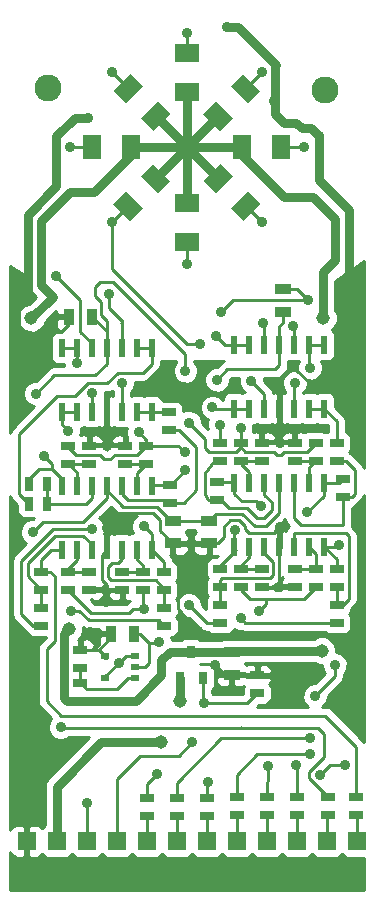
<source format=gbl>
G04 (created by PCBNEW (2013-07-07 BZR 4022)-stable) date 12/18/2014 6:53:03 AM*
%MOIN*%
G04 Gerber Fmt 3.4, Leading zero omitted, Abs format*
%FSLAX34Y34*%
G01*
G70*
G90*
G04 APERTURE LIST*
%ADD10C,0.00590551*%
%ADD11C,0.09*%
%ADD12R,0.023622X0.0590551*%
%ADD13R,0.03X0.02*%
%ADD14R,0.0315X0.0394*%
%ADD15R,0.08X0.06*%
%ADD16R,0.06X0.08*%
%ADD17R,0.035X0.055*%
%ADD18R,0.055X0.035*%
%ADD19R,0.045X0.025*%
%ADD20R,0.025X0.045*%
%ADD21R,0.0590551X0.0590551*%
%ADD22C,0.045*%
%ADD23C,0.035*%
%ADD24C,0.03*%
%ADD25C,0.01*%
%ADD26C,0.007*%
G04 APERTURE END LIST*
G54D10*
G54D11*
X83010Y-45680D03*
X73780Y-45640D03*
G54D12*
X74228Y-54287D03*
X74728Y-54287D03*
X75228Y-54287D03*
X75728Y-54287D03*
X76228Y-54287D03*
X76728Y-54287D03*
X77228Y-54287D03*
X77228Y-56412D03*
X76728Y-56412D03*
X76228Y-56412D03*
X75728Y-56412D03*
X75228Y-56412D03*
X74728Y-56412D03*
X74228Y-56412D03*
G54D13*
X76680Y-64555D03*
X76680Y-65305D03*
X75680Y-64555D03*
X76680Y-64930D03*
X75680Y-65305D03*
G54D14*
X78550Y-64417D03*
X78175Y-65283D03*
X78925Y-65283D03*
G54D15*
X78400Y-49450D03*
X78400Y-50750D03*
G54D10*
G36*
X77288Y-48145D02*
X77854Y-48711D01*
X77430Y-49135D01*
X76864Y-48569D01*
X77288Y-48145D01*
X77288Y-48145D01*
G37*
G36*
X76369Y-49064D02*
X76935Y-49630D01*
X76511Y-50054D01*
X75945Y-49488D01*
X76369Y-49064D01*
X76369Y-49064D01*
G37*
G36*
X78945Y-48711D02*
X79511Y-48145D01*
X79935Y-48569D01*
X79369Y-49135D01*
X78945Y-48711D01*
X78945Y-48711D01*
G37*
G36*
X79864Y-49630D02*
X80430Y-49064D01*
X80854Y-49488D01*
X80288Y-50054D01*
X79864Y-49630D01*
X79864Y-49630D01*
G37*
G54D16*
X80250Y-47600D03*
X81550Y-47600D03*
G54D10*
G36*
X79511Y-47054D02*
X78945Y-46488D01*
X79369Y-46064D01*
X79935Y-46630D01*
X79511Y-47054D01*
X79511Y-47054D01*
G37*
G36*
X80430Y-46135D02*
X79864Y-45569D01*
X80288Y-45145D01*
X80854Y-45711D01*
X80430Y-46135D01*
X80430Y-46135D01*
G37*
G54D15*
X78400Y-45750D03*
X78400Y-44450D03*
G54D10*
G36*
X77854Y-46488D02*
X77288Y-47054D01*
X76864Y-46630D01*
X77430Y-46064D01*
X77854Y-46488D01*
X77854Y-46488D01*
G37*
G36*
X76935Y-45569D02*
X76369Y-46135D01*
X75945Y-45711D01*
X76511Y-45145D01*
X76935Y-45569D01*
X76935Y-45569D01*
G37*
G54D16*
X76550Y-47600D03*
X75250Y-47600D03*
G54D17*
X76635Y-63820D03*
X75885Y-63820D03*
G54D18*
X81600Y-53075D03*
X81600Y-52325D03*
G54D17*
X75225Y-53250D03*
X74475Y-53250D03*
G54D18*
X79900Y-65175D03*
X79900Y-64425D03*
X79140Y-60045D03*
X79140Y-60795D03*
X77930Y-60055D03*
X77930Y-60805D03*
G54D19*
X82000Y-62250D03*
X82000Y-61650D03*
X79500Y-61650D03*
X79500Y-62250D03*
X80060Y-69870D03*
X80060Y-69270D03*
X82700Y-61650D03*
X82700Y-62250D03*
X80200Y-61650D03*
X80200Y-62250D03*
X80900Y-62250D03*
X80900Y-61650D03*
X79500Y-58050D03*
X79500Y-57450D03*
X79400Y-58750D03*
X79400Y-59350D03*
X79070Y-69880D03*
X79070Y-69280D03*
X80200Y-58050D03*
X80200Y-57450D03*
X80900Y-57450D03*
X80900Y-58050D03*
X83400Y-58050D03*
X83400Y-57450D03*
X83600Y-58650D03*
X83600Y-59250D03*
X78070Y-69890D03*
X78070Y-69290D03*
X80750Y-65800D03*
X80750Y-65200D03*
X82700Y-58050D03*
X82700Y-57450D03*
X82000Y-57450D03*
X82000Y-58050D03*
X77070Y-69890D03*
X77070Y-69290D03*
X83400Y-62850D03*
X83400Y-63450D03*
X77050Y-58150D03*
X77050Y-57550D03*
X83400Y-61650D03*
X83400Y-62250D03*
G54D20*
X73730Y-59490D03*
X73130Y-59490D03*
G54D19*
X74850Y-66050D03*
X74850Y-65450D03*
X74850Y-64950D03*
X74850Y-64350D03*
X73550Y-62950D03*
X73550Y-63550D03*
X73550Y-61750D03*
X73550Y-62350D03*
X84050Y-69850D03*
X84050Y-69250D03*
X74450Y-61750D03*
X74450Y-62350D03*
X75150Y-62350D03*
X75150Y-61750D03*
X79500Y-62850D03*
X79500Y-63450D03*
G54D20*
X73130Y-58810D03*
X73730Y-58810D03*
G54D19*
X83100Y-69850D03*
X83100Y-69250D03*
X74450Y-58150D03*
X74450Y-57550D03*
X75150Y-57550D03*
X75150Y-58150D03*
X77810Y-57030D03*
X77810Y-56430D03*
X77850Y-58850D03*
X77850Y-59450D03*
X82060Y-69850D03*
X82060Y-69250D03*
X76350Y-57550D03*
X76350Y-58150D03*
X77650Y-62950D03*
X77650Y-63550D03*
X77650Y-61750D03*
X77650Y-62350D03*
X81080Y-69850D03*
X81080Y-69250D03*
X76950Y-61750D03*
X76950Y-62350D03*
X76250Y-62350D03*
X76250Y-61750D03*
G54D21*
X84060Y-70730D03*
X83060Y-70730D03*
X82060Y-70730D03*
X81060Y-70730D03*
X80060Y-70730D03*
X79060Y-70730D03*
X78060Y-70730D03*
X77060Y-70730D03*
X76060Y-70730D03*
X75060Y-70730D03*
X74060Y-70730D03*
X73060Y-70730D03*
G54D12*
X74228Y-58887D03*
X74728Y-58887D03*
X75228Y-58887D03*
X75728Y-58887D03*
X76228Y-58887D03*
X76728Y-58887D03*
X77228Y-58887D03*
X77228Y-61012D03*
X76728Y-61012D03*
X76228Y-61012D03*
X75728Y-61012D03*
X75228Y-61012D03*
X74728Y-61012D03*
X74228Y-61012D03*
X79978Y-54187D03*
X80478Y-54187D03*
X80978Y-54187D03*
X81478Y-54187D03*
X81978Y-54187D03*
X82478Y-54187D03*
X82978Y-54187D03*
X82978Y-56312D03*
X82478Y-56312D03*
X81978Y-56312D03*
X81478Y-56312D03*
X80978Y-56312D03*
X80478Y-56312D03*
X79978Y-56312D03*
X79978Y-58787D03*
X80478Y-58787D03*
X80978Y-58787D03*
X81478Y-58787D03*
X81978Y-58787D03*
X82478Y-58787D03*
X82978Y-58787D03*
X82978Y-60912D03*
X82478Y-60912D03*
X81978Y-60912D03*
X81478Y-60912D03*
X80978Y-60912D03*
X80478Y-60912D03*
X79978Y-60912D03*
G54D22*
X78400Y-47600D03*
X82950Y-53300D03*
X82900Y-64380D03*
X74470Y-63670D03*
X73220Y-53300D03*
G54D23*
X78970Y-66130D03*
X78570Y-67440D03*
X77270Y-55520D03*
X81320Y-46060D03*
X79750Y-43600D03*
X75120Y-46620D03*
X83810Y-55560D03*
X75720Y-62770D03*
X75180Y-63770D03*
X72980Y-55230D03*
X79020Y-63920D03*
X79340Y-64860D03*
X75750Y-57550D03*
X75750Y-60300D03*
X72710Y-53880D03*
X83800Y-52700D03*
X79550Y-53100D03*
X82450Y-52700D03*
X81500Y-57450D03*
X81500Y-60250D03*
X82510Y-67840D03*
X79990Y-60370D03*
X74190Y-66930D03*
X73650Y-57900D03*
X81090Y-68210D03*
X76970Y-60240D03*
X83470Y-60860D03*
X83660Y-68200D03*
X82850Y-68530D03*
X77390Y-68490D03*
X79090Y-68750D03*
X80860Y-59570D03*
X83330Y-64850D03*
X82680Y-65890D03*
X82490Y-67300D03*
X82420Y-59770D03*
X74050Y-51900D03*
X74500Y-47600D03*
X75800Y-52500D03*
X75900Y-45100D03*
X76250Y-55450D03*
X78400Y-43800D03*
X82000Y-55450D03*
X78400Y-51500D03*
X80550Y-55400D03*
X78850Y-54150D03*
X75900Y-50100D03*
X75250Y-55800D03*
X80900Y-45100D03*
X80950Y-53450D03*
X82300Y-47600D03*
X81950Y-53550D03*
X80900Y-50100D03*
X78350Y-58370D03*
X82050Y-68200D03*
X74740Y-54800D03*
X75250Y-60330D03*
X74550Y-63050D03*
X74450Y-57050D03*
X78470Y-62860D03*
X79380Y-53880D03*
X82500Y-54950D03*
X79500Y-56850D03*
X79250Y-56270D03*
X80190Y-63290D03*
X77480Y-64090D03*
X75060Y-69450D03*
X73260Y-60430D03*
X73370Y-55810D03*
X78350Y-55050D03*
X79400Y-55350D03*
X80190Y-56970D03*
X80800Y-63070D03*
X78470Y-56780D03*
X78340Y-57770D03*
X76125Y-64785D03*
X76960Y-63000D03*
X76800Y-57100D03*
G54D22*
X78160Y-66060D03*
X77530Y-67440D03*
G54D24*
X78400Y-47600D02*
X78400Y-49450D01*
X80250Y-47850D02*
X81650Y-49250D01*
X81650Y-49250D02*
X82600Y-49250D01*
X82600Y-49250D02*
X83350Y-50000D01*
X82950Y-52050D02*
X82950Y-53300D01*
X80250Y-47600D02*
X80250Y-47850D01*
X83350Y-51350D02*
X83350Y-50000D01*
X82950Y-51750D02*
X83350Y-51350D01*
X82950Y-52050D02*
X82950Y-51750D01*
X76700Y-66050D02*
X77550Y-65200D01*
X77550Y-65200D02*
X77550Y-64700D01*
X77550Y-64700D02*
X77833Y-64417D01*
X77833Y-64417D02*
X79892Y-64417D01*
X79892Y-64417D02*
X79909Y-64400D01*
X79909Y-64400D02*
X82950Y-64400D01*
X76700Y-66050D02*
X74850Y-66050D01*
X82880Y-64400D02*
X82950Y-64400D01*
X82900Y-64380D02*
X82880Y-64400D01*
X74470Y-63670D02*
X74320Y-63820D01*
X74320Y-63820D02*
X74320Y-65970D01*
X74320Y-65970D02*
X74400Y-66050D01*
X76550Y-47850D02*
X75300Y-49100D01*
X75300Y-49100D02*
X74500Y-49100D01*
X74500Y-49100D02*
X73550Y-50050D01*
X73550Y-50050D02*
X73550Y-52200D01*
X73550Y-52200D02*
X73950Y-52600D01*
X73950Y-52600D02*
X73220Y-53300D01*
X76550Y-47850D02*
X76550Y-47600D01*
X74850Y-66050D02*
X74400Y-66050D01*
X76550Y-47600D02*
X78300Y-47600D01*
X78300Y-47600D02*
X78400Y-47600D01*
X77359Y-46559D02*
X78400Y-47600D01*
X77359Y-48640D02*
X78400Y-47600D01*
X78400Y-47600D02*
X79440Y-46559D01*
X80250Y-47600D02*
X78400Y-47600D01*
X78400Y-47200D02*
X78400Y-47600D01*
X78400Y-45750D02*
X78400Y-47200D01*
X79440Y-48640D02*
X78400Y-47600D01*
G54D25*
X77359Y-48640D02*
X77359Y-48540D01*
X78970Y-66130D02*
X80420Y-66130D01*
X80420Y-66130D02*
X80750Y-65800D01*
X76060Y-70730D02*
X76060Y-68670D01*
X78925Y-66085D02*
X78925Y-65283D01*
X78970Y-66130D02*
X78925Y-66085D01*
X78130Y-67880D02*
X78570Y-67440D01*
X76850Y-67880D02*
X78130Y-67880D01*
X76060Y-68670D02*
X76850Y-67880D01*
G54D26*
X81320Y-46060D02*
X81340Y-46080D01*
G54D24*
X82800Y-47220D02*
X82550Y-46970D01*
X82550Y-46970D02*
X82230Y-46970D01*
X82230Y-46970D02*
X82040Y-46780D01*
X82040Y-46780D02*
X81630Y-46780D01*
X81630Y-46780D02*
X81340Y-46490D01*
X81340Y-46490D02*
X81340Y-46080D01*
X80100Y-43600D02*
X81360Y-44860D01*
X81340Y-46080D02*
X81340Y-44880D01*
X81340Y-44880D02*
X81360Y-44860D01*
X79750Y-43600D02*
X80100Y-43600D01*
X74050Y-47260D02*
X74050Y-47240D01*
X74050Y-47260D02*
X74050Y-48900D01*
X74050Y-48900D02*
X73100Y-49850D01*
X73100Y-49850D02*
X73100Y-52650D01*
X73100Y-52650D02*
X72710Y-52940D01*
X72710Y-53830D02*
X72710Y-52940D01*
X72710Y-53880D02*
X72710Y-53830D01*
X74670Y-46620D02*
X75120Y-46620D01*
X74050Y-47240D02*
X74670Y-46620D01*
G54D25*
X79900Y-65175D02*
X80725Y-65175D01*
X80725Y-65175D02*
X80750Y-65200D01*
X81478Y-56312D02*
X81478Y-55371D01*
X81478Y-55371D02*
X81840Y-55010D01*
X81840Y-55010D02*
X82050Y-55010D01*
X82050Y-55010D02*
X82580Y-55540D01*
X82580Y-55540D02*
X83790Y-55540D01*
X83790Y-55540D02*
X83810Y-55560D01*
X75885Y-63820D02*
X75230Y-63820D01*
X75728Y-62761D02*
X75728Y-62271D01*
X75720Y-62770D02*
X75728Y-62761D01*
X75230Y-63820D02*
X75180Y-63770D01*
G54D24*
X72710Y-53880D02*
X72710Y-54960D01*
X72710Y-54960D02*
X72980Y-55230D01*
G54D25*
X79140Y-60795D02*
X79425Y-60795D01*
X81300Y-60450D02*
X81500Y-60250D01*
X80470Y-60450D02*
X81300Y-60450D01*
X80330Y-60310D02*
X80470Y-60450D01*
X80330Y-60230D02*
X80330Y-60310D01*
X80130Y-60030D02*
X80330Y-60230D01*
X79850Y-60030D02*
X80130Y-60030D01*
X79630Y-60250D02*
X79850Y-60030D01*
X79630Y-60590D02*
X79630Y-60250D01*
X79425Y-60795D02*
X79630Y-60590D01*
X75750Y-60300D02*
X75750Y-60110D01*
X77500Y-60375D02*
X77930Y-60805D01*
X77500Y-60020D02*
X77500Y-60375D01*
X77271Y-59791D02*
X77500Y-60020D01*
X76068Y-59791D02*
X77271Y-59791D01*
X75750Y-60110D02*
X76068Y-59791D01*
X77930Y-60805D02*
X79130Y-60805D01*
X79130Y-60805D02*
X79140Y-60795D01*
X77930Y-60805D02*
X77930Y-61210D01*
X77930Y-61210D02*
X78100Y-61380D01*
X78100Y-61380D02*
X78100Y-63000D01*
X78100Y-63000D02*
X79020Y-63920D01*
X79340Y-64860D02*
X79655Y-65175D01*
X79655Y-65175D02*
X79900Y-65175D01*
X75885Y-63820D02*
X75885Y-63935D01*
X75885Y-63935D02*
X75470Y-64350D01*
X75680Y-64555D02*
X75675Y-64555D01*
X75470Y-64350D02*
X74850Y-64350D01*
X75675Y-64555D02*
X75470Y-64350D01*
X75728Y-62271D02*
X75728Y-62198D01*
X75728Y-62198D02*
X75560Y-62030D01*
X75560Y-62030D02*
X75560Y-61181D01*
X75560Y-61181D02*
X75728Y-61012D01*
X74475Y-53250D02*
X74475Y-53475D01*
X72810Y-53780D02*
X72710Y-53880D01*
X74200Y-53750D02*
X72810Y-53780D01*
X74475Y-53475D02*
X74200Y-53750D01*
X81600Y-52325D02*
X82075Y-52325D01*
X82075Y-52325D02*
X82450Y-52700D01*
X75750Y-57550D02*
X75750Y-56434D01*
X75750Y-56434D02*
X75728Y-56412D01*
X75728Y-61012D02*
X75728Y-60321D01*
X75728Y-60321D02*
X75750Y-60300D01*
X75750Y-57550D02*
X76350Y-57550D01*
X76350Y-57550D02*
X75150Y-57550D01*
G54D24*
X82800Y-47200D02*
X82800Y-47220D01*
X82800Y-47220D02*
X82800Y-48700D01*
X82800Y-48700D02*
X83800Y-49700D01*
X83800Y-49700D02*
X83800Y-52700D01*
G54D25*
X79550Y-53100D02*
X79950Y-52700D01*
X79950Y-52700D02*
X82450Y-52700D01*
X81500Y-57450D02*
X81500Y-56334D01*
X81500Y-56334D02*
X81478Y-56312D01*
X81500Y-57450D02*
X82000Y-57450D01*
X81478Y-60912D02*
X81478Y-60271D01*
X81478Y-60271D02*
X81500Y-60250D01*
X81500Y-57450D02*
X80900Y-57450D01*
X81478Y-62171D02*
X81521Y-62171D01*
X81600Y-62250D02*
X82000Y-62250D01*
X81521Y-62171D02*
X81600Y-62250D01*
X81478Y-60912D02*
X81478Y-62171D01*
X81400Y-62250D02*
X80900Y-62250D01*
X81478Y-62171D02*
X81400Y-62250D01*
X76250Y-62350D02*
X75807Y-62350D01*
X75807Y-62350D02*
X75728Y-62271D01*
X75650Y-62350D02*
X75150Y-62350D01*
X75728Y-62271D02*
X75650Y-62350D01*
X76350Y-58150D02*
X77050Y-58150D01*
X77050Y-58150D02*
X76728Y-58471D01*
X76728Y-58471D02*
X76728Y-58887D01*
X79500Y-62250D02*
X79500Y-62020D01*
X80978Y-61128D02*
X80978Y-60912D01*
X81278Y-61428D02*
X80978Y-61128D01*
X81278Y-61850D02*
X81278Y-61428D01*
X81168Y-61960D02*
X81278Y-61850D01*
X79560Y-61960D02*
X81168Y-61960D01*
X79500Y-62020D02*
X79560Y-61960D01*
X79500Y-62850D02*
X79500Y-62250D01*
X79978Y-60912D02*
X79978Y-60381D01*
X80060Y-68510D02*
X80730Y-67840D01*
X80730Y-67840D02*
X82510Y-67840D01*
X80060Y-68510D02*
X80060Y-69270D01*
X79978Y-60381D02*
X79990Y-60370D01*
X79978Y-60631D02*
X79978Y-60912D01*
X79500Y-61650D02*
X79500Y-61571D01*
X79500Y-61571D02*
X80048Y-61022D01*
X76250Y-61750D02*
X76950Y-61750D01*
X76950Y-61750D02*
X76950Y-61550D01*
X76728Y-61328D02*
X76728Y-61012D01*
X76950Y-61550D02*
X76728Y-61328D01*
X73730Y-58810D02*
X73730Y-59490D01*
X73730Y-59490D02*
X75040Y-59490D01*
X75228Y-59301D02*
X75228Y-58887D01*
X75040Y-59490D02*
X75228Y-59301D01*
X80220Y-66950D02*
X74210Y-66950D01*
X74210Y-66950D02*
X74190Y-66930D01*
X73920Y-58340D02*
X73920Y-58170D01*
X73920Y-58170D02*
X73650Y-57900D01*
X82460Y-68610D02*
X83100Y-69250D01*
X82460Y-68420D02*
X82460Y-68610D01*
X82970Y-67910D02*
X82460Y-68420D01*
X82970Y-67150D02*
X82970Y-67910D01*
X82770Y-66950D02*
X82970Y-67150D01*
X80210Y-66950D02*
X80220Y-66950D01*
X80220Y-66950D02*
X82770Y-66950D01*
X80200Y-66940D02*
X80210Y-66950D01*
X73130Y-58810D02*
X73130Y-58670D01*
X74228Y-58648D02*
X74228Y-58887D01*
X73920Y-58340D02*
X74228Y-58648D01*
X73460Y-58340D02*
X73920Y-58340D01*
X73130Y-58670D02*
X73460Y-58340D01*
X74450Y-61750D02*
X74450Y-61650D01*
X74728Y-61371D02*
X74728Y-61012D01*
X74450Y-61650D02*
X74728Y-61371D01*
X74450Y-61750D02*
X75150Y-61750D01*
X74750Y-61034D02*
X74728Y-61012D01*
X76680Y-65305D02*
X76445Y-65305D01*
X75070Y-65670D02*
X74850Y-65450D01*
X76080Y-65670D02*
X75070Y-65670D01*
X76445Y-65305D02*
X76080Y-65670D01*
X74850Y-64950D02*
X74850Y-65450D01*
X75150Y-58150D02*
X74450Y-58150D01*
X74728Y-58887D02*
X74728Y-58428D01*
X74728Y-58428D02*
X74450Y-58150D01*
X83400Y-62850D02*
X83600Y-62850D01*
X81978Y-60471D02*
X81978Y-60912D01*
X81990Y-60460D02*
X81978Y-60471D01*
X83700Y-60460D02*
X81990Y-60460D01*
X83800Y-60560D02*
X83700Y-60460D01*
X83800Y-62650D02*
X83800Y-60560D01*
X83600Y-62850D02*
X83800Y-62650D01*
X83400Y-62250D02*
X83400Y-62850D01*
X76970Y-60240D02*
X77228Y-60498D01*
X77228Y-60498D02*
X77228Y-61012D01*
X81080Y-69250D02*
X81090Y-68210D01*
X81090Y-68210D02*
X81090Y-68210D01*
X77650Y-61750D02*
X77650Y-61434D01*
X77650Y-61434D02*
X77228Y-61012D01*
X77070Y-69290D02*
X77070Y-68810D01*
X83417Y-60912D02*
X82978Y-60912D01*
X83470Y-60860D02*
X83417Y-60912D01*
X83180Y-68200D02*
X83660Y-68200D01*
X82850Y-68530D02*
X83180Y-68200D01*
X77070Y-68810D02*
X77390Y-68490D01*
X83400Y-61650D02*
X83400Y-61334D01*
X83400Y-61334D02*
X82978Y-60912D01*
X82000Y-61650D02*
X82700Y-61650D01*
X82478Y-60912D02*
X82478Y-60928D01*
X82700Y-61150D02*
X82700Y-61650D01*
X82478Y-60928D02*
X82700Y-61150D01*
X82000Y-58050D02*
X82700Y-58050D01*
X82478Y-58787D02*
X82478Y-58271D01*
X82478Y-58271D02*
X82700Y-58050D01*
X80978Y-58787D02*
X80978Y-59178D01*
X79549Y-59350D02*
X79400Y-59350D01*
X79809Y-59610D02*
X79549Y-59350D01*
X80390Y-59610D02*
X79809Y-59610D01*
X80740Y-59960D02*
X80390Y-59610D01*
X80970Y-59960D02*
X80740Y-59960D01*
X81228Y-59701D02*
X80970Y-59960D01*
X81228Y-59428D02*
X81228Y-59701D01*
X80978Y-59178D02*
X81228Y-59428D01*
X79500Y-58050D02*
X79300Y-58050D01*
X79100Y-59350D02*
X79400Y-59350D01*
X79000Y-59150D02*
X79100Y-59350D01*
X79000Y-58450D02*
X79000Y-59150D01*
X79300Y-58050D02*
X79000Y-58450D01*
X79090Y-68750D02*
X79070Y-68770D01*
X79070Y-69280D02*
X79070Y-68770D01*
X79978Y-59148D02*
X79978Y-58787D01*
X80690Y-59400D02*
X80860Y-59570D01*
X80230Y-59400D02*
X80690Y-59400D01*
X79978Y-59148D02*
X80230Y-59400D01*
X79070Y-69130D02*
X79070Y-69280D01*
X79400Y-58750D02*
X79941Y-58750D01*
X79941Y-58750D02*
X79978Y-58787D01*
X80200Y-61650D02*
X80900Y-61650D01*
X80200Y-61650D02*
X80200Y-61550D01*
X80478Y-61271D02*
X80478Y-60912D01*
X80200Y-61550D02*
X80478Y-61271D01*
X80200Y-58050D02*
X80900Y-58050D01*
X80200Y-58050D02*
X80200Y-58150D01*
X80478Y-58428D02*
X80478Y-58787D01*
X80200Y-58150D02*
X80478Y-58428D01*
X81978Y-58787D02*
X81978Y-59968D01*
X83600Y-60180D02*
X83600Y-59250D01*
X83580Y-60200D02*
X83600Y-60180D01*
X82210Y-60200D02*
X83580Y-60200D01*
X81978Y-59968D02*
X82210Y-60200D01*
X83400Y-58050D02*
X83700Y-58050D01*
X83900Y-59250D02*
X83600Y-59250D01*
X84000Y-59150D02*
X83900Y-59250D01*
X84000Y-58350D02*
X84000Y-59150D01*
X83700Y-58050D02*
X84000Y-58350D01*
X78070Y-69290D02*
X78070Y-68780D01*
X83330Y-65240D02*
X83330Y-64850D01*
X82680Y-65890D02*
X83330Y-65240D01*
X79550Y-67300D02*
X82490Y-67300D01*
X78070Y-68780D02*
X79550Y-67300D01*
X82978Y-59211D02*
X82978Y-58787D01*
X82420Y-59770D02*
X82978Y-59211D01*
X82978Y-58787D02*
X83462Y-58787D01*
X83462Y-58787D02*
X83600Y-58650D01*
X75228Y-54287D02*
X75228Y-54128D01*
X74850Y-52700D02*
X74650Y-52500D01*
X74850Y-53750D02*
X74850Y-52700D01*
X75228Y-54128D02*
X74850Y-53750D01*
X74650Y-52500D02*
X74050Y-51900D01*
X75250Y-47600D02*
X74500Y-47600D01*
X75800Y-52500D02*
X75800Y-52950D01*
X76200Y-53450D02*
X76228Y-53450D01*
X76228Y-53421D02*
X76200Y-53450D01*
X76228Y-53378D02*
X76228Y-53421D01*
X75800Y-52950D02*
X76228Y-53378D01*
X76228Y-53371D02*
X76228Y-53450D01*
X76228Y-53450D02*
X76228Y-54287D01*
X75800Y-52500D02*
X75778Y-52521D01*
X76440Y-45640D02*
X75900Y-45100D01*
X76228Y-55471D02*
X76228Y-56412D01*
X76250Y-55450D02*
X76228Y-55471D01*
X78400Y-43800D02*
X78400Y-44450D01*
X84050Y-69250D02*
X84050Y-67590D01*
X73850Y-61750D02*
X73550Y-61750D01*
X74000Y-61900D02*
X73850Y-61750D01*
X74000Y-64070D02*
X74000Y-61900D01*
X73730Y-64340D02*
X74000Y-64070D01*
X73730Y-66060D02*
X73730Y-64340D01*
X74220Y-66550D02*
X73730Y-66060D01*
X83010Y-66550D02*
X74220Y-66550D01*
X84050Y-67590D02*
X83010Y-66550D01*
X73550Y-61750D02*
X73550Y-61350D01*
X73887Y-61012D02*
X74228Y-61012D01*
X73550Y-61350D02*
X73887Y-61012D01*
X75228Y-61012D02*
X75228Y-60838D01*
X73090Y-61890D02*
X73550Y-62350D01*
X73090Y-61470D02*
X73090Y-61890D01*
X74010Y-60550D02*
X73090Y-61470D01*
X74940Y-60550D02*
X74010Y-60550D01*
X75228Y-60838D02*
X74940Y-60550D01*
X73550Y-62950D02*
X73550Y-62350D01*
X82000Y-55450D02*
X81978Y-55471D01*
X81978Y-55471D02*
X81978Y-56312D01*
X78400Y-50750D02*
X78400Y-51500D01*
X77650Y-62350D02*
X77650Y-62320D01*
X76228Y-61341D02*
X76228Y-61012D01*
X76100Y-61470D02*
X76228Y-61341D01*
X75910Y-61470D02*
X76100Y-61470D01*
X75780Y-61600D02*
X75910Y-61470D01*
X75780Y-61929D02*
X75780Y-61600D01*
X75888Y-62038D02*
X75780Y-61929D01*
X77368Y-62038D02*
X75888Y-62038D01*
X77650Y-62320D02*
X77368Y-62038D01*
X77650Y-62950D02*
X77650Y-62350D01*
X75900Y-50100D02*
X75900Y-51650D01*
X80978Y-55828D02*
X80978Y-56312D01*
X80550Y-55400D02*
X80978Y-55828D01*
X78400Y-54150D02*
X78850Y-54150D01*
X75900Y-51650D02*
X78400Y-54150D01*
X76440Y-49559D02*
X75900Y-50100D01*
X75228Y-55821D02*
X75228Y-56412D01*
X75250Y-55800D02*
X75228Y-55821D01*
X80359Y-45640D02*
X80900Y-45100D01*
X80978Y-53478D02*
X80978Y-54187D01*
X80950Y-53450D02*
X80978Y-53478D01*
X81550Y-47600D02*
X82300Y-47600D01*
X81978Y-53578D02*
X81978Y-54187D01*
X81950Y-53550D02*
X81978Y-53578D01*
X80359Y-49559D02*
X80900Y-50100D01*
X76228Y-58887D02*
X76228Y-59158D01*
X77770Y-59370D02*
X77850Y-59450D01*
X76440Y-59370D02*
X77770Y-59370D01*
X76228Y-59158D02*
X76440Y-59370D01*
X77810Y-57030D02*
X78140Y-57030D01*
X78300Y-59450D02*
X77850Y-59450D01*
X78710Y-59040D02*
X78300Y-59450D01*
X78710Y-57600D02*
X78710Y-59040D01*
X78140Y-57030D02*
X78710Y-57600D01*
X77870Y-58850D02*
X78350Y-58370D01*
X82060Y-69250D02*
X82060Y-68200D01*
X82060Y-68200D02*
X82050Y-68200D01*
X77870Y-58850D02*
X77850Y-58850D01*
X77850Y-58850D02*
X77265Y-58850D01*
X77265Y-58850D02*
X77228Y-58887D01*
X84060Y-70730D02*
X84060Y-69860D01*
X84060Y-69860D02*
X84050Y-69850D01*
X83060Y-70730D02*
X83060Y-69890D01*
X83060Y-69890D02*
X83100Y-69850D01*
X82060Y-69850D02*
X82060Y-70730D01*
X81060Y-70730D02*
X81060Y-69870D01*
X81060Y-69870D02*
X81080Y-69850D01*
X80060Y-69870D02*
X80060Y-70730D01*
X79070Y-69880D02*
X79070Y-70720D01*
X79070Y-70720D02*
X79060Y-70730D01*
X78070Y-69890D02*
X78070Y-70720D01*
X78070Y-70720D02*
X78060Y-70730D01*
X77070Y-69890D02*
X77070Y-70720D01*
X77070Y-70720D02*
X77060Y-70730D01*
X75250Y-60330D02*
X73930Y-60330D01*
X74728Y-54788D02*
X74740Y-54800D01*
X73550Y-63550D02*
X73260Y-63550D01*
X72880Y-63170D02*
X72880Y-61380D01*
X73260Y-63550D02*
X72880Y-63170D01*
X74728Y-54788D02*
X74728Y-54287D01*
X73930Y-60330D02*
X72880Y-61380D01*
X74228Y-54287D02*
X74728Y-54287D01*
X77228Y-54287D02*
X77228Y-54811D01*
X72810Y-59170D02*
X73130Y-59490D01*
X72810Y-57160D02*
X72810Y-59170D01*
X74070Y-55900D02*
X72810Y-57160D01*
X74680Y-55900D02*
X74070Y-55900D01*
X75110Y-55470D02*
X74680Y-55900D01*
X75750Y-55470D02*
X75110Y-55470D01*
X76110Y-55110D02*
X75750Y-55470D01*
X76930Y-55110D02*
X76110Y-55110D01*
X77228Y-54811D02*
X76930Y-55110D01*
X73130Y-59490D02*
X73130Y-59470D01*
X76728Y-54287D02*
X77228Y-54287D01*
X77228Y-56412D02*
X77792Y-56412D01*
X77792Y-56412D02*
X77810Y-56430D01*
X76728Y-56412D02*
X77228Y-56412D01*
X74550Y-63050D02*
X74820Y-63050D01*
X74450Y-57050D02*
X74228Y-56828D01*
X74228Y-56412D02*
X74228Y-56828D01*
X77470Y-63370D02*
X77650Y-63550D01*
X75140Y-63370D02*
X77470Y-63370D01*
X74820Y-63050D02*
X75140Y-63370D01*
X74228Y-56412D02*
X74728Y-56412D01*
X79070Y-63450D02*
X78470Y-62860D01*
X79380Y-53880D02*
X79687Y-54187D01*
X79978Y-54187D02*
X79687Y-54187D01*
X79070Y-63450D02*
X79500Y-63450D01*
X79978Y-54187D02*
X80478Y-54187D01*
X79500Y-57450D02*
X79500Y-56850D01*
X82478Y-54928D02*
X82478Y-54187D01*
X82500Y-54950D02*
X82478Y-54928D01*
X82478Y-54187D02*
X82978Y-54187D01*
X83400Y-57450D02*
X83400Y-56734D01*
X83400Y-56734D02*
X82978Y-56312D01*
X82978Y-56312D02*
X82478Y-56312D01*
X83400Y-63450D02*
X80350Y-63450D01*
X79292Y-56312D02*
X79978Y-56312D01*
X79250Y-56270D02*
X79292Y-56312D01*
X80350Y-63450D02*
X80190Y-63290D01*
X80478Y-56312D02*
X79978Y-56312D01*
X77140Y-64130D02*
X77440Y-64130D01*
X77440Y-64130D02*
X77480Y-64090D01*
X75060Y-69450D02*
X75060Y-70730D01*
X75728Y-58887D02*
X75728Y-59301D01*
X73610Y-60080D02*
X73260Y-60430D01*
X74950Y-60080D02*
X73610Y-60080D01*
X75728Y-59301D02*
X74950Y-60080D01*
X75728Y-54287D02*
X75728Y-54811D01*
X75728Y-54811D02*
X75340Y-55200D01*
X75340Y-55200D02*
X73980Y-55200D01*
X73980Y-55200D02*
X73370Y-55810D01*
X81478Y-58787D02*
X81478Y-59791D01*
X79365Y-59820D02*
X79140Y-60045D01*
X80250Y-59820D02*
X79365Y-59820D01*
X80660Y-60230D02*
X80250Y-59820D01*
X81040Y-60230D02*
X80660Y-60230D01*
X81478Y-59791D02*
X81040Y-60230D01*
X75728Y-58887D02*
X75728Y-59028D01*
X77885Y-60055D02*
X77930Y-60055D01*
X77410Y-59580D02*
X77885Y-60055D01*
X76280Y-59580D02*
X77410Y-59580D01*
X75728Y-59028D02*
X76280Y-59580D01*
X79140Y-60045D02*
X77940Y-60045D01*
X77940Y-60045D02*
X77930Y-60055D01*
X76635Y-63820D02*
X76840Y-63820D01*
X77000Y-64930D02*
X76680Y-64930D01*
X77140Y-64790D02*
X77000Y-64930D01*
X77140Y-64120D02*
X77140Y-64130D01*
X77140Y-64130D02*
X77140Y-64790D01*
X76840Y-63820D02*
X77140Y-64120D01*
X75225Y-53250D02*
X75250Y-53250D01*
X75250Y-53250D02*
X75728Y-53728D01*
X81600Y-53075D02*
X81600Y-53450D01*
X81478Y-53571D02*
X81478Y-54187D01*
X81600Y-53450D02*
X81478Y-53571D01*
X75728Y-54287D02*
X75728Y-53728D01*
X75728Y-53728D02*
X75728Y-53378D01*
X75728Y-53378D02*
X75550Y-53200D01*
X75550Y-53200D02*
X75550Y-52750D01*
X75550Y-52750D02*
X75350Y-52550D01*
X75350Y-52550D02*
X75350Y-52250D01*
X75350Y-52250D02*
X75500Y-52100D01*
X75500Y-52100D02*
X75950Y-52100D01*
X75950Y-52100D02*
X78350Y-54500D01*
X78350Y-54500D02*
X78350Y-55050D01*
X79400Y-55350D02*
X79750Y-55000D01*
X79750Y-55000D02*
X81350Y-55000D01*
X81350Y-55000D02*
X81478Y-54871D01*
X81478Y-54871D02*
X81478Y-54850D01*
X81478Y-54850D02*
X81478Y-54187D01*
X81050Y-62650D02*
X81050Y-62820D01*
X80200Y-56980D02*
X80200Y-57450D01*
X80190Y-56970D02*
X80200Y-56980D01*
X81050Y-62820D02*
X80800Y-63070D01*
X77050Y-57550D02*
X78120Y-57550D01*
X80040Y-57760D02*
X80200Y-57600D01*
X79130Y-57760D02*
X80040Y-57760D01*
X79010Y-57640D02*
X79130Y-57760D01*
X79010Y-57320D02*
X79010Y-57640D01*
X78470Y-56780D02*
X79010Y-57320D01*
X78120Y-57550D02*
X78340Y-57770D01*
X76950Y-62350D02*
X76950Y-62990D01*
X76950Y-62990D02*
X76960Y-63000D01*
X76960Y-63000D02*
X76619Y-63000D01*
X74450Y-62370D02*
X74450Y-62350D01*
X75220Y-63140D02*
X74450Y-62370D01*
X76479Y-63140D02*
X75220Y-63140D01*
X76619Y-63000D02*
X76479Y-63140D01*
X76680Y-64555D02*
X76355Y-64555D01*
X76355Y-64555D02*
X76125Y-64785D01*
X75680Y-65230D02*
X75680Y-65305D01*
X76125Y-64785D02*
X75680Y-65230D01*
X77050Y-57550D02*
X77050Y-57350D01*
X77050Y-57350D02*
X76800Y-57100D01*
X80200Y-57600D02*
X80200Y-57450D01*
X80200Y-57600D02*
X80350Y-57750D01*
X82400Y-57750D02*
X82700Y-57450D01*
X81650Y-57750D02*
X82400Y-57750D01*
X81550Y-57850D02*
X81650Y-57750D01*
X81400Y-57850D02*
X81550Y-57850D01*
X81300Y-57750D02*
X81400Y-57850D01*
X80350Y-57750D02*
X81300Y-57750D01*
X80200Y-62250D02*
X80200Y-62350D01*
X80200Y-62350D02*
X80500Y-62650D01*
X80500Y-62650D02*
X81050Y-62650D01*
X81050Y-62650D02*
X81450Y-62650D01*
X82300Y-62650D02*
X82700Y-62250D01*
X81450Y-62650D02*
X82300Y-62650D01*
X74450Y-57550D02*
X74450Y-57600D01*
X76750Y-57850D02*
X77050Y-57550D01*
X76000Y-57850D02*
X76750Y-57850D01*
X75850Y-58000D02*
X76000Y-57850D01*
X75650Y-58000D02*
X75850Y-58000D01*
X75500Y-57850D02*
X75650Y-58000D01*
X74700Y-57850D02*
X75500Y-57850D01*
X74450Y-57600D02*
X74700Y-57850D01*
G54D24*
X74060Y-70730D02*
X74060Y-68910D01*
X78175Y-66045D02*
X78175Y-65283D01*
X78160Y-66060D02*
X78175Y-66045D01*
X75530Y-67440D02*
X77530Y-67440D01*
X74060Y-68910D02*
X75530Y-67440D01*
G54D10*
G36*
X74532Y-53300D02*
X74525Y-53300D01*
X74525Y-53307D01*
X74425Y-53307D01*
X74425Y-53300D01*
X74112Y-53300D01*
X74050Y-53362D01*
X74049Y-53475D01*
X74050Y-53574D01*
X74088Y-53666D01*
X74158Y-53737D01*
X74169Y-53741D01*
X74061Y-53741D01*
X73969Y-53779D01*
X73898Y-53849D01*
X73860Y-53941D01*
X73860Y-54041D01*
X73860Y-54631D01*
X73898Y-54723D01*
X73968Y-54794D01*
X74060Y-54832D01*
X74160Y-54832D01*
X74314Y-54832D01*
X74314Y-54884D01*
X74321Y-54900D01*
X73980Y-54900D01*
X73865Y-54922D01*
X73767Y-54987D01*
X73370Y-55385D01*
X73285Y-55384D01*
X73129Y-55449D01*
X73009Y-55568D01*
X72945Y-55725D01*
X72944Y-55894D01*
X73009Y-56050D01*
X73128Y-56170D01*
X73285Y-56234D01*
X73310Y-56234D01*
X72597Y-56947D01*
X72532Y-57045D01*
X72519Y-57111D01*
X72519Y-51556D01*
X73150Y-51957D01*
X73150Y-52200D01*
X73175Y-52327D01*
X73180Y-52353D01*
X73267Y-52482D01*
X73378Y-52593D01*
X73137Y-52824D01*
X73125Y-52824D01*
X72951Y-52897D01*
X72817Y-53030D01*
X72745Y-53205D01*
X72744Y-53394D01*
X72817Y-53568D01*
X72950Y-53702D01*
X73125Y-53774D01*
X73314Y-53775D01*
X73488Y-53702D01*
X73622Y-53569D01*
X73692Y-53401D01*
X74049Y-53058D01*
X74050Y-53137D01*
X74112Y-53200D01*
X74425Y-53200D01*
X74425Y-53192D01*
X74525Y-53192D01*
X74525Y-53200D01*
X74532Y-53200D01*
X74532Y-53300D01*
X74532Y-53300D01*
G37*
G54D25*
X74532Y-53300D02*
X74525Y-53300D01*
X74525Y-53307D01*
X74425Y-53307D01*
X74425Y-53300D01*
X74112Y-53300D01*
X74050Y-53362D01*
X74049Y-53475D01*
X74050Y-53574D01*
X74088Y-53666D01*
X74158Y-53737D01*
X74169Y-53741D01*
X74061Y-53741D01*
X73969Y-53779D01*
X73898Y-53849D01*
X73860Y-53941D01*
X73860Y-54041D01*
X73860Y-54631D01*
X73898Y-54723D01*
X73968Y-54794D01*
X74060Y-54832D01*
X74160Y-54832D01*
X74314Y-54832D01*
X74314Y-54884D01*
X74321Y-54900D01*
X73980Y-54900D01*
X73865Y-54922D01*
X73767Y-54987D01*
X73370Y-55385D01*
X73285Y-55384D01*
X73129Y-55449D01*
X73009Y-55568D01*
X72945Y-55725D01*
X72944Y-55894D01*
X73009Y-56050D01*
X73128Y-56170D01*
X73285Y-56234D01*
X73310Y-56234D01*
X72597Y-56947D01*
X72532Y-57045D01*
X72519Y-57111D01*
X72519Y-51556D01*
X73150Y-51957D01*
X73150Y-52200D01*
X73175Y-52327D01*
X73180Y-52353D01*
X73267Y-52482D01*
X73378Y-52593D01*
X73137Y-52824D01*
X73125Y-52824D01*
X72951Y-52897D01*
X72817Y-53030D01*
X72745Y-53205D01*
X72744Y-53394D01*
X72817Y-53568D01*
X72950Y-53702D01*
X73125Y-53774D01*
X73314Y-53775D01*
X73488Y-53702D01*
X73622Y-53569D01*
X73692Y-53401D01*
X74049Y-53058D01*
X74050Y-53137D01*
X74112Y-53200D01*
X74425Y-53200D01*
X74425Y-53192D01*
X74525Y-53192D01*
X74525Y-53200D01*
X74532Y-53200D01*
X74532Y-53300D01*
G54D10*
G36*
X75737Y-64605D02*
X75730Y-64605D01*
X75730Y-64612D01*
X75630Y-64612D01*
X75630Y-64605D01*
X75622Y-64605D01*
X75622Y-64505D01*
X75630Y-64505D01*
X75630Y-64497D01*
X75730Y-64497D01*
X75730Y-64505D01*
X75737Y-64505D01*
X75737Y-64605D01*
X75737Y-64605D01*
G37*
G54D25*
X75737Y-64605D02*
X75730Y-64605D01*
X75730Y-64612D01*
X75630Y-64612D01*
X75630Y-64605D01*
X75622Y-64605D01*
X75622Y-64505D01*
X75630Y-64505D01*
X75630Y-64497D01*
X75730Y-64497D01*
X75730Y-64505D01*
X75737Y-64505D01*
X75737Y-64605D01*
G54D10*
G36*
X75942Y-63870D02*
X75935Y-63870D01*
X75935Y-63877D01*
X75835Y-63877D01*
X75835Y-63870D01*
X75522Y-63870D01*
X75460Y-63932D01*
X75459Y-64045D01*
X75460Y-64144D01*
X75484Y-64205D01*
X75480Y-64205D01*
X75388Y-64243D01*
X75325Y-64306D01*
X75325Y-64306D01*
X75325Y-64299D01*
X75262Y-64299D01*
X75325Y-64237D01*
X75325Y-64175D01*
X75287Y-64083D01*
X75216Y-64013D01*
X75124Y-63975D01*
X75025Y-63974D01*
X74962Y-63975D01*
X74900Y-64037D01*
X74900Y-64300D01*
X74907Y-64300D01*
X74907Y-64400D01*
X74900Y-64400D01*
X74900Y-64407D01*
X74800Y-64407D01*
X74800Y-64400D01*
X74792Y-64400D01*
X74792Y-64300D01*
X74800Y-64300D01*
X74800Y-64037D01*
X74787Y-64024D01*
X74872Y-63939D01*
X74944Y-63764D01*
X74945Y-63593D01*
X75025Y-63647D01*
X75139Y-63669D01*
X75140Y-63670D01*
X75459Y-63670D01*
X75460Y-63707D01*
X75522Y-63770D01*
X75835Y-63770D01*
X75835Y-63762D01*
X75935Y-63762D01*
X75935Y-63770D01*
X75942Y-63770D01*
X75942Y-63870D01*
X75942Y-63870D01*
G37*
G54D25*
X75942Y-63870D02*
X75935Y-63870D01*
X75935Y-63877D01*
X75835Y-63877D01*
X75835Y-63870D01*
X75522Y-63870D01*
X75460Y-63932D01*
X75459Y-64045D01*
X75460Y-64144D01*
X75484Y-64205D01*
X75480Y-64205D01*
X75388Y-64243D01*
X75325Y-64306D01*
X75325Y-64306D01*
X75325Y-64299D01*
X75262Y-64299D01*
X75325Y-64237D01*
X75325Y-64175D01*
X75287Y-64083D01*
X75216Y-64013D01*
X75124Y-63975D01*
X75025Y-63974D01*
X74962Y-63975D01*
X74900Y-64037D01*
X74900Y-64300D01*
X74907Y-64300D01*
X74907Y-64400D01*
X74900Y-64400D01*
X74900Y-64407D01*
X74800Y-64407D01*
X74800Y-64400D01*
X74792Y-64400D01*
X74792Y-64300D01*
X74800Y-64300D01*
X74800Y-64037D01*
X74787Y-64024D01*
X74872Y-63939D01*
X74944Y-63764D01*
X74945Y-63593D01*
X75025Y-63647D01*
X75139Y-63669D01*
X75140Y-63670D01*
X75459Y-63670D01*
X75460Y-63707D01*
X75522Y-63770D01*
X75835Y-63770D01*
X75835Y-63762D01*
X75935Y-63762D01*
X75935Y-63770D01*
X75942Y-63770D01*
X75942Y-63870D01*
G54D10*
G36*
X76407Y-57550D02*
X76300Y-57550D01*
X76300Y-57500D01*
X76300Y-57237D01*
X76237Y-57175D01*
X76174Y-57174D01*
X76075Y-57175D01*
X75983Y-57213D01*
X75912Y-57283D01*
X75874Y-57375D01*
X75875Y-57437D01*
X75937Y-57500D01*
X76300Y-57500D01*
X76300Y-57550D01*
X76000Y-57550D01*
X75885Y-57572D01*
X75787Y-57637D01*
X75749Y-57675D01*
X75712Y-57637D01*
X75625Y-57579D01*
X75625Y-57375D01*
X75587Y-57283D01*
X75516Y-57213D01*
X75424Y-57175D01*
X75325Y-57174D01*
X75262Y-57175D01*
X75200Y-57237D01*
X75200Y-57500D01*
X75562Y-57500D01*
X75625Y-57437D01*
X75625Y-57375D01*
X75625Y-57579D01*
X75614Y-57572D01*
X75500Y-57550D01*
X75092Y-57550D01*
X75092Y-57500D01*
X75100Y-57500D01*
X75100Y-57237D01*
X75037Y-57175D01*
X74974Y-57174D01*
X74875Y-57175D01*
X74854Y-57183D01*
X74874Y-57134D01*
X74875Y-56965D01*
X74871Y-56958D01*
X74896Y-56958D01*
X74978Y-56924D01*
X75060Y-56958D01*
X75160Y-56958D01*
X75396Y-56958D01*
X75478Y-56924D01*
X75561Y-56958D01*
X75616Y-56958D01*
X75678Y-56895D01*
X75678Y-56462D01*
X75670Y-56462D01*
X75670Y-56362D01*
X75678Y-56362D01*
X75678Y-55930D01*
X75662Y-55914D01*
X75674Y-55884D01*
X75675Y-55770D01*
X75750Y-55770D01*
X75750Y-55769D01*
X75864Y-55747D01*
X75864Y-55747D01*
X75913Y-55714D01*
X75928Y-55729D01*
X75928Y-55881D01*
X75896Y-55867D01*
X75841Y-55867D01*
X75778Y-55930D01*
X75778Y-56362D01*
X75786Y-56362D01*
X75786Y-56462D01*
X75778Y-56462D01*
X75778Y-56895D01*
X75841Y-56958D01*
X75896Y-56958D01*
X75978Y-56924D01*
X76060Y-56958D01*
X76160Y-56958D01*
X76396Y-56958D01*
X76399Y-56957D01*
X76375Y-57015D01*
X76374Y-57184D01*
X76400Y-57244D01*
X76400Y-57500D01*
X76407Y-57500D01*
X76407Y-57550D01*
X76407Y-57550D01*
G37*
G54D25*
X76407Y-57550D02*
X76300Y-57550D01*
X76300Y-57500D01*
X76300Y-57237D01*
X76237Y-57175D01*
X76174Y-57174D01*
X76075Y-57175D01*
X75983Y-57213D01*
X75912Y-57283D01*
X75874Y-57375D01*
X75875Y-57437D01*
X75937Y-57500D01*
X76300Y-57500D01*
X76300Y-57550D01*
X76000Y-57550D01*
X75885Y-57572D01*
X75787Y-57637D01*
X75749Y-57675D01*
X75712Y-57637D01*
X75625Y-57579D01*
X75625Y-57375D01*
X75587Y-57283D01*
X75516Y-57213D01*
X75424Y-57175D01*
X75325Y-57174D01*
X75262Y-57175D01*
X75200Y-57237D01*
X75200Y-57500D01*
X75562Y-57500D01*
X75625Y-57437D01*
X75625Y-57375D01*
X75625Y-57579D01*
X75614Y-57572D01*
X75500Y-57550D01*
X75092Y-57550D01*
X75092Y-57500D01*
X75100Y-57500D01*
X75100Y-57237D01*
X75037Y-57175D01*
X74974Y-57174D01*
X74875Y-57175D01*
X74854Y-57183D01*
X74874Y-57134D01*
X74875Y-56965D01*
X74871Y-56958D01*
X74896Y-56958D01*
X74978Y-56924D01*
X75060Y-56958D01*
X75160Y-56958D01*
X75396Y-56958D01*
X75478Y-56924D01*
X75561Y-56958D01*
X75616Y-56958D01*
X75678Y-56895D01*
X75678Y-56462D01*
X75670Y-56462D01*
X75670Y-56362D01*
X75678Y-56362D01*
X75678Y-55930D01*
X75662Y-55914D01*
X75674Y-55884D01*
X75675Y-55770D01*
X75750Y-55770D01*
X75750Y-55769D01*
X75864Y-55747D01*
X75864Y-55747D01*
X75913Y-55714D01*
X75928Y-55729D01*
X75928Y-55881D01*
X75896Y-55867D01*
X75841Y-55867D01*
X75778Y-55930D01*
X75778Y-56362D01*
X75786Y-56362D01*
X75786Y-56462D01*
X75778Y-56462D01*
X75778Y-56895D01*
X75841Y-56958D01*
X75896Y-56958D01*
X75978Y-56924D01*
X76060Y-56958D01*
X76160Y-56958D01*
X76396Y-56958D01*
X76399Y-56957D01*
X76375Y-57015D01*
X76374Y-57184D01*
X76400Y-57244D01*
X76400Y-57500D01*
X76407Y-57500D01*
X76407Y-57550D01*
G54D10*
G36*
X76501Y-62724D02*
X76407Y-62787D01*
X76355Y-62840D01*
X76200Y-62840D01*
X76200Y-62662D01*
X76200Y-62400D01*
X75837Y-62400D01*
X75775Y-62462D01*
X75774Y-62524D01*
X75812Y-62616D01*
X75883Y-62686D01*
X75975Y-62724D01*
X76074Y-62725D01*
X76137Y-62725D01*
X76200Y-62662D01*
X76200Y-62840D01*
X75625Y-62840D01*
X75344Y-62840D01*
X75200Y-62695D01*
X75200Y-62662D01*
X75262Y-62725D01*
X75325Y-62725D01*
X75424Y-62724D01*
X75516Y-62686D01*
X75587Y-62616D01*
X75625Y-62524D01*
X75625Y-62462D01*
X75562Y-62400D01*
X75200Y-62400D01*
X75200Y-62407D01*
X75100Y-62407D01*
X75100Y-62400D01*
X75092Y-62400D01*
X75092Y-62300D01*
X75100Y-62300D01*
X75100Y-62292D01*
X75200Y-62292D01*
X75200Y-62300D01*
X75562Y-62300D01*
X75625Y-62237D01*
X75625Y-62199D01*
X75676Y-62250D01*
X75676Y-62250D01*
X75773Y-62315D01*
X75888Y-62338D01*
X75888Y-62338D01*
X76307Y-62338D01*
X76307Y-62400D01*
X76300Y-62400D01*
X76300Y-62662D01*
X76362Y-62725D01*
X76425Y-62725D01*
X76501Y-62724D01*
X76501Y-62724D01*
G37*
G54D25*
X76501Y-62724D02*
X76407Y-62787D01*
X76355Y-62840D01*
X76200Y-62840D01*
X76200Y-62662D01*
X76200Y-62400D01*
X75837Y-62400D01*
X75775Y-62462D01*
X75774Y-62524D01*
X75812Y-62616D01*
X75883Y-62686D01*
X75975Y-62724D01*
X76074Y-62725D01*
X76137Y-62725D01*
X76200Y-62662D01*
X76200Y-62840D01*
X75625Y-62840D01*
X75344Y-62840D01*
X75200Y-62695D01*
X75200Y-62662D01*
X75262Y-62725D01*
X75325Y-62725D01*
X75424Y-62724D01*
X75516Y-62686D01*
X75587Y-62616D01*
X75625Y-62524D01*
X75625Y-62462D01*
X75562Y-62400D01*
X75200Y-62400D01*
X75200Y-62407D01*
X75100Y-62407D01*
X75100Y-62400D01*
X75092Y-62400D01*
X75092Y-62300D01*
X75100Y-62300D01*
X75100Y-62292D01*
X75200Y-62292D01*
X75200Y-62300D01*
X75562Y-62300D01*
X75625Y-62237D01*
X75625Y-62199D01*
X75676Y-62250D01*
X75676Y-62250D01*
X75773Y-62315D01*
X75888Y-62338D01*
X75888Y-62338D01*
X76307Y-62338D01*
X76307Y-62400D01*
X76300Y-62400D01*
X76300Y-62662D01*
X76362Y-62725D01*
X76425Y-62725D01*
X76501Y-62724D01*
G54D10*
G36*
X76729Y-59880D02*
X76609Y-59998D01*
X76545Y-60155D01*
X76544Y-60324D01*
X76604Y-60467D01*
X76561Y-60467D01*
X76478Y-60501D01*
X76396Y-60467D01*
X76297Y-60467D01*
X76061Y-60467D01*
X75978Y-60501D01*
X75896Y-60467D01*
X75841Y-60467D01*
X75778Y-60530D01*
X75778Y-60962D01*
X75786Y-60962D01*
X75786Y-61062D01*
X75778Y-61062D01*
X75778Y-61070D01*
X75678Y-61070D01*
X75678Y-61062D01*
X75670Y-61062D01*
X75670Y-60962D01*
X75678Y-60962D01*
X75678Y-60530D01*
X75642Y-60493D01*
X75674Y-60414D01*
X75675Y-60245D01*
X75610Y-60089D01*
X75491Y-59969D01*
X75486Y-59967D01*
X75865Y-59589D01*
X76067Y-59792D01*
X76067Y-59792D01*
X76165Y-59857D01*
X76279Y-59879D01*
X76280Y-59880D01*
X76729Y-59880D01*
X76729Y-59880D01*
G37*
G54D25*
X76729Y-59880D02*
X76609Y-59998D01*
X76545Y-60155D01*
X76544Y-60324D01*
X76604Y-60467D01*
X76561Y-60467D01*
X76478Y-60501D01*
X76396Y-60467D01*
X76297Y-60467D01*
X76061Y-60467D01*
X75978Y-60501D01*
X75896Y-60467D01*
X75841Y-60467D01*
X75778Y-60530D01*
X75778Y-60962D01*
X75786Y-60962D01*
X75786Y-61062D01*
X75778Y-61062D01*
X75778Y-61070D01*
X75678Y-61070D01*
X75678Y-61062D01*
X75670Y-61062D01*
X75670Y-60962D01*
X75678Y-60962D01*
X75678Y-60530D01*
X75642Y-60493D01*
X75674Y-60414D01*
X75675Y-60245D01*
X75610Y-60089D01*
X75491Y-59969D01*
X75486Y-59967D01*
X75865Y-59589D01*
X76067Y-59792D01*
X76067Y-59792D01*
X76165Y-59857D01*
X76279Y-59879D01*
X76280Y-59880D01*
X76729Y-59880D01*
G54D10*
G36*
X79427Y-61219D02*
X79372Y-61274D01*
X79225Y-61274D01*
X79133Y-61312D01*
X79090Y-61356D01*
X79090Y-61157D01*
X79090Y-60845D01*
X78677Y-60845D01*
X78615Y-60907D01*
X78614Y-61019D01*
X78652Y-61111D01*
X78723Y-61181D01*
X78815Y-61219D01*
X78914Y-61220D01*
X79027Y-61220D01*
X79090Y-61157D01*
X79090Y-61356D01*
X79063Y-61383D01*
X79025Y-61475D01*
X79024Y-61574D01*
X79024Y-61824D01*
X79062Y-61916D01*
X79096Y-61949D01*
X79063Y-61983D01*
X79025Y-62075D01*
X79024Y-62174D01*
X79024Y-62424D01*
X79062Y-62516D01*
X79096Y-62549D01*
X79063Y-62583D01*
X79025Y-62675D01*
X79024Y-62774D01*
X79024Y-62984D01*
X78895Y-62857D01*
X78895Y-62775D01*
X78830Y-62619D01*
X78711Y-62499D01*
X78554Y-62435D01*
X78455Y-62434D01*
X78455Y-61029D01*
X78455Y-60917D01*
X78392Y-60855D01*
X77980Y-60855D01*
X77980Y-61167D01*
X78042Y-61230D01*
X78155Y-61230D01*
X78254Y-61229D01*
X78346Y-61191D01*
X78417Y-61121D01*
X78455Y-61029D01*
X78455Y-62434D01*
X78385Y-62434D01*
X78229Y-62499D01*
X78109Y-62618D01*
X78084Y-62680D01*
X78053Y-62650D01*
X78086Y-62616D01*
X78124Y-62524D01*
X78125Y-62425D01*
X78125Y-62175D01*
X78087Y-62083D01*
X78053Y-62050D01*
X78086Y-62016D01*
X78124Y-61924D01*
X78125Y-61825D01*
X78125Y-61575D01*
X78087Y-61483D01*
X78016Y-61413D01*
X77939Y-61381D01*
X77939Y-61381D01*
X77927Y-61319D01*
X77862Y-61222D01*
X77862Y-61222D01*
X77843Y-61203D01*
X77880Y-61167D01*
X77880Y-60855D01*
X77872Y-60855D01*
X77872Y-60755D01*
X77880Y-60755D01*
X77880Y-60747D01*
X77980Y-60747D01*
X77980Y-60755D01*
X78392Y-60755D01*
X78455Y-60692D01*
X78455Y-60580D01*
X78417Y-60488D01*
X78358Y-60429D01*
X78416Y-60371D01*
X78427Y-60345D01*
X78646Y-60345D01*
X78652Y-60361D01*
X78711Y-60420D01*
X78652Y-60478D01*
X78614Y-60570D01*
X78615Y-60682D01*
X78677Y-60745D01*
X79090Y-60745D01*
X79090Y-60737D01*
X79190Y-60737D01*
X79190Y-60745D01*
X79197Y-60745D01*
X79197Y-60845D01*
X79190Y-60845D01*
X79190Y-61157D01*
X79252Y-61220D01*
X79365Y-61220D01*
X79427Y-61219D01*
X79427Y-61219D01*
G37*
G54D25*
X79427Y-61219D02*
X79372Y-61274D01*
X79225Y-61274D01*
X79133Y-61312D01*
X79090Y-61356D01*
X79090Y-61157D01*
X79090Y-60845D01*
X78677Y-60845D01*
X78615Y-60907D01*
X78614Y-61019D01*
X78652Y-61111D01*
X78723Y-61181D01*
X78815Y-61219D01*
X78914Y-61220D01*
X79027Y-61220D01*
X79090Y-61157D01*
X79090Y-61356D01*
X79063Y-61383D01*
X79025Y-61475D01*
X79024Y-61574D01*
X79024Y-61824D01*
X79062Y-61916D01*
X79096Y-61949D01*
X79063Y-61983D01*
X79025Y-62075D01*
X79024Y-62174D01*
X79024Y-62424D01*
X79062Y-62516D01*
X79096Y-62549D01*
X79063Y-62583D01*
X79025Y-62675D01*
X79024Y-62774D01*
X79024Y-62984D01*
X78895Y-62857D01*
X78895Y-62775D01*
X78830Y-62619D01*
X78711Y-62499D01*
X78554Y-62435D01*
X78455Y-62434D01*
X78455Y-61029D01*
X78455Y-60917D01*
X78392Y-60855D01*
X77980Y-60855D01*
X77980Y-61167D01*
X78042Y-61230D01*
X78155Y-61230D01*
X78254Y-61229D01*
X78346Y-61191D01*
X78417Y-61121D01*
X78455Y-61029D01*
X78455Y-62434D01*
X78385Y-62434D01*
X78229Y-62499D01*
X78109Y-62618D01*
X78084Y-62680D01*
X78053Y-62650D01*
X78086Y-62616D01*
X78124Y-62524D01*
X78125Y-62425D01*
X78125Y-62175D01*
X78087Y-62083D01*
X78053Y-62050D01*
X78086Y-62016D01*
X78124Y-61924D01*
X78125Y-61825D01*
X78125Y-61575D01*
X78087Y-61483D01*
X78016Y-61413D01*
X77939Y-61381D01*
X77939Y-61381D01*
X77927Y-61319D01*
X77862Y-61222D01*
X77862Y-61222D01*
X77843Y-61203D01*
X77880Y-61167D01*
X77880Y-60855D01*
X77872Y-60855D01*
X77872Y-60755D01*
X77880Y-60755D01*
X77880Y-60747D01*
X77980Y-60747D01*
X77980Y-60755D01*
X78392Y-60755D01*
X78455Y-60692D01*
X78455Y-60580D01*
X78417Y-60488D01*
X78358Y-60429D01*
X78416Y-60371D01*
X78427Y-60345D01*
X78646Y-60345D01*
X78652Y-60361D01*
X78711Y-60420D01*
X78652Y-60478D01*
X78614Y-60570D01*
X78615Y-60682D01*
X78677Y-60745D01*
X79090Y-60745D01*
X79090Y-60737D01*
X79190Y-60737D01*
X79190Y-60745D01*
X79197Y-60745D01*
X79197Y-60845D01*
X79190Y-60845D01*
X79190Y-61157D01*
X79252Y-61220D01*
X79365Y-61220D01*
X79427Y-61219D01*
G54D10*
G36*
X80327Y-55767D02*
X80311Y-55767D01*
X80228Y-55801D01*
X80146Y-55767D01*
X80047Y-55767D01*
X79811Y-55767D01*
X79719Y-55805D01*
X79648Y-55875D01*
X79610Y-55967D01*
X79610Y-56012D01*
X79593Y-56012D01*
X79491Y-55909D01*
X79334Y-55845D01*
X79165Y-55844D01*
X79009Y-55909D01*
X78889Y-56028D01*
X78825Y-56185D01*
X78824Y-56354D01*
X78889Y-56510D01*
X79008Y-56630D01*
X79113Y-56673D01*
X79075Y-56765D01*
X79074Y-56934D01*
X79093Y-56979D01*
X78894Y-56780D01*
X78895Y-56695D01*
X78830Y-56539D01*
X78711Y-56419D01*
X78554Y-56355D01*
X78385Y-56354D01*
X78285Y-56396D01*
X78285Y-56255D01*
X78247Y-56163D01*
X78176Y-56093D01*
X78084Y-56055D01*
X77985Y-56054D01*
X77591Y-56054D01*
X77558Y-55976D01*
X77488Y-55905D01*
X77396Y-55867D01*
X77297Y-55867D01*
X77061Y-55867D01*
X76978Y-55901D01*
X76896Y-55867D01*
X76797Y-55867D01*
X76561Y-55867D01*
X76528Y-55881D01*
X76528Y-55772D01*
X76610Y-55691D01*
X76674Y-55534D01*
X76675Y-55410D01*
X76930Y-55410D01*
X76930Y-55409D01*
X77044Y-55387D01*
X77044Y-55387D01*
X77142Y-55322D01*
X77440Y-55023D01*
X77440Y-55023D01*
X77505Y-54926D01*
X77528Y-54811D01*
X77528Y-54811D01*
X77528Y-54753D01*
X77552Y-54730D01*
X78050Y-54730D01*
X78050Y-54748D01*
X77989Y-54808D01*
X77925Y-54965D01*
X77924Y-55134D01*
X77989Y-55290D01*
X78108Y-55410D01*
X78265Y-55474D01*
X78434Y-55475D01*
X78590Y-55410D01*
X78710Y-55291D01*
X78774Y-55134D01*
X78775Y-54965D01*
X78710Y-54809D01*
X78650Y-54748D01*
X78650Y-54730D01*
X79624Y-54730D01*
X79537Y-54787D01*
X79400Y-54925D01*
X79315Y-54924D01*
X79159Y-54989D01*
X79039Y-55108D01*
X78975Y-55265D01*
X78974Y-55434D01*
X79039Y-55590D01*
X79158Y-55710D01*
X79315Y-55774D01*
X79484Y-55775D01*
X79640Y-55710D01*
X79760Y-55591D01*
X79824Y-55434D01*
X79825Y-55349D01*
X79874Y-55300D01*
X80131Y-55300D01*
X80125Y-55315D01*
X80124Y-55484D01*
X80189Y-55640D01*
X80308Y-55760D01*
X80327Y-55767D01*
X80327Y-55767D01*
G37*
G54D25*
X80327Y-55767D02*
X80311Y-55767D01*
X80228Y-55801D01*
X80146Y-55767D01*
X80047Y-55767D01*
X79811Y-55767D01*
X79719Y-55805D01*
X79648Y-55875D01*
X79610Y-55967D01*
X79610Y-56012D01*
X79593Y-56012D01*
X79491Y-55909D01*
X79334Y-55845D01*
X79165Y-55844D01*
X79009Y-55909D01*
X78889Y-56028D01*
X78825Y-56185D01*
X78824Y-56354D01*
X78889Y-56510D01*
X79008Y-56630D01*
X79113Y-56673D01*
X79075Y-56765D01*
X79074Y-56934D01*
X79093Y-56979D01*
X78894Y-56780D01*
X78895Y-56695D01*
X78830Y-56539D01*
X78711Y-56419D01*
X78554Y-56355D01*
X78385Y-56354D01*
X78285Y-56396D01*
X78285Y-56255D01*
X78247Y-56163D01*
X78176Y-56093D01*
X78084Y-56055D01*
X77985Y-56054D01*
X77591Y-56054D01*
X77558Y-55976D01*
X77488Y-55905D01*
X77396Y-55867D01*
X77297Y-55867D01*
X77061Y-55867D01*
X76978Y-55901D01*
X76896Y-55867D01*
X76797Y-55867D01*
X76561Y-55867D01*
X76528Y-55881D01*
X76528Y-55772D01*
X76610Y-55691D01*
X76674Y-55534D01*
X76675Y-55410D01*
X76930Y-55410D01*
X76930Y-55409D01*
X77044Y-55387D01*
X77044Y-55387D01*
X77142Y-55322D01*
X77440Y-55023D01*
X77440Y-55023D01*
X77505Y-54926D01*
X77528Y-54811D01*
X77528Y-54811D01*
X77528Y-54753D01*
X77552Y-54730D01*
X78050Y-54730D01*
X78050Y-54748D01*
X77989Y-54808D01*
X77925Y-54965D01*
X77924Y-55134D01*
X77989Y-55290D01*
X78108Y-55410D01*
X78265Y-55474D01*
X78434Y-55475D01*
X78590Y-55410D01*
X78710Y-55291D01*
X78774Y-55134D01*
X78775Y-54965D01*
X78710Y-54809D01*
X78650Y-54748D01*
X78650Y-54730D01*
X79624Y-54730D01*
X79537Y-54787D01*
X79400Y-54925D01*
X79315Y-54924D01*
X79159Y-54989D01*
X79039Y-55108D01*
X78975Y-55265D01*
X78974Y-55434D01*
X79039Y-55590D01*
X79158Y-55710D01*
X79315Y-55774D01*
X79484Y-55775D01*
X79640Y-55710D01*
X79760Y-55591D01*
X79824Y-55434D01*
X79825Y-55349D01*
X79874Y-55300D01*
X80131Y-55300D01*
X80125Y-55315D01*
X80124Y-55484D01*
X80189Y-55640D01*
X80308Y-55760D01*
X80327Y-55767D01*
G54D10*
G36*
X81811Y-60225D02*
X81777Y-60247D01*
X81766Y-60259D01*
X81701Y-60356D01*
X81695Y-60387D01*
X81695Y-60387D01*
X81646Y-60367D01*
X81591Y-60367D01*
X81528Y-60430D01*
X81528Y-60862D01*
X81536Y-60862D01*
X81536Y-60962D01*
X81528Y-60962D01*
X81528Y-60970D01*
X81428Y-60970D01*
X81428Y-60962D01*
X81420Y-60962D01*
X81420Y-60862D01*
X81428Y-60862D01*
X81428Y-60430D01*
X81366Y-60367D01*
X81326Y-60367D01*
X81686Y-60007D01*
X81701Y-60083D01*
X81766Y-60180D01*
X81811Y-60225D01*
X81811Y-60225D01*
X81811Y-60225D01*
G37*
G54D25*
X81811Y-60225D02*
X81777Y-60247D01*
X81766Y-60259D01*
X81701Y-60356D01*
X81695Y-60387D01*
X81695Y-60387D01*
X81646Y-60367D01*
X81591Y-60367D01*
X81528Y-60430D01*
X81528Y-60862D01*
X81536Y-60862D01*
X81536Y-60962D01*
X81528Y-60962D01*
X81528Y-60970D01*
X81428Y-60970D01*
X81428Y-60962D01*
X81420Y-60962D01*
X81420Y-60862D01*
X81428Y-60862D01*
X81428Y-60430D01*
X81366Y-60367D01*
X81326Y-60367D01*
X81686Y-60007D01*
X81701Y-60083D01*
X81766Y-60180D01*
X81811Y-60225D01*
X81811Y-60225D01*
G54D10*
G36*
X82057Y-62300D02*
X82050Y-62300D01*
X82050Y-62307D01*
X81950Y-62307D01*
X81950Y-62300D01*
X81587Y-62300D01*
X81537Y-62350D01*
X81450Y-62350D01*
X81362Y-62350D01*
X81312Y-62300D01*
X80950Y-62300D01*
X80950Y-62307D01*
X80850Y-62307D01*
X80850Y-62300D01*
X80842Y-62300D01*
X80842Y-62260D01*
X81168Y-62260D01*
X81168Y-62259D01*
X81283Y-62237D01*
X81283Y-62237D01*
X81380Y-62172D01*
X81490Y-62062D01*
X81490Y-62062D01*
X81555Y-61964D01*
X81565Y-61918D01*
X81596Y-61950D01*
X81562Y-61983D01*
X81524Y-62075D01*
X81525Y-62137D01*
X81587Y-62200D01*
X81950Y-62200D01*
X81950Y-62192D01*
X82050Y-62192D01*
X82050Y-62200D01*
X82057Y-62200D01*
X82057Y-62300D01*
X82057Y-62300D01*
G37*
G54D25*
X82057Y-62300D02*
X82050Y-62300D01*
X82050Y-62307D01*
X81950Y-62307D01*
X81950Y-62300D01*
X81587Y-62300D01*
X81537Y-62350D01*
X81450Y-62350D01*
X81362Y-62350D01*
X81312Y-62300D01*
X80950Y-62300D01*
X80950Y-62307D01*
X80850Y-62307D01*
X80850Y-62300D01*
X80842Y-62300D01*
X80842Y-62260D01*
X81168Y-62260D01*
X81168Y-62259D01*
X81283Y-62237D01*
X81283Y-62237D01*
X81380Y-62172D01*
X81490Y-62062D01*
X81490Y-62062D01*
X81555Y-61964D01*
X81565Y-61918D01*
X81596Y-61950D01*
X81562Y-61983D01*
X81524Y-62075D01*
X81525Y-62137D01*
X81587Y-62200D01*
X81950Y-62200D01*
X81950Y-62192D01*
X82050Y-62192D01*
X82050Y-62200D01*
X82057Y-62200D01*
X82057Y-62300D01*
G54D10*
G36*
X83012Y-65133D02*
X82680Y-65465D01*
X82595Y-65464D01*
X82439Y-65529D01*
X82319Y-65648D01*
X82255Y-65805D01*
X82254Y-65974D01*
X82319Y-66130D01*
X82438Y-66250D01*
X80724Y-66250D01*
X80799Y-66175D01*
X81024Y-66175D01*
X81116Y-66137D01*
X81186Y-66066D01*
X81224Y-65974D01*
X81225Y-65875D01*
X81225Y-65625D01*
X81187Y-65533D01*
X81153Y-65500D01*
X81187Y-65466D01*
X81225Y-65374D01*
X81225Y-65025D01*
X81187Y-64933D01*
X81116Y-64863D01*
X81024Y-64825D01*
X80925Y-64824D01*
X80862Y-64825D01*
X80800Y-64887D01*
X80800Y-65150D01*
X81162Y-65150D01*
X81225Y-65087D01*
X81225Y-65025D01*
X81225Y-65374D01*
X81225Y-65312D01*
X81162Y-65250D01*
X80800Y-65250D01*
X80800Y-65257D01*
X80700Y-65257D01*
X80700Y-65250D01*
X80387Y-65250D01*
X80362Y-65225D01*
X79950Y-65225D01*
X79950Y-65537D01*
X80012Y-65600D01*
X80125Y-65600D01*
X80224Y-65599D01*
X80298Y-65569D01*
X80275Y-65625D01*
X80274Y-65724D01*
X80274Y-65830D01*
X79850Y-65830D01*
X79850Y-65537D01*
X79850Y-65225D01*
X79437Y-65225D01*
X79375Y-65287D01*
X79374Y-65399D01*
X79412Y-65491D01*
X79483Y-65561D01*
X79575Y-65599D01*
X79674Y-65600D01*
X79787Y-65600D01*
X79850Y-65537D01*
X79850Y-65830D01*
X79271Y-65830D01*
X79225Y-65783D01*
X79225Y-65690D01*
X79294Y-65621D01*
X79332Y-65529D01*
X79332Y-65430D01*
X79332Y-65036D01*
X79294Y-64944D01*
X79224Y-64874D01*
X79132Y-64836D01*
X79032Y-64835D01*
X78824Y-64835D01*
X78848Y-64826D01*
X78858Y-64817D01*
X79454Y-64817D01*
X79412Y-64858D01*
X79374Y-64950D01*
X79375Y-65062D01*
X79437Y-65125D01*
X79850Y-65125D01*
X79850Y-65117D01*
X79950Y-65117D01*
X79950Y-65125D01*
X80312Y-65125D01*
X80337Y-65150D01*
X80700Y-65150D01*
X80700Y-64887D01*
X80637Y-64825D01*
X80574Y-64824D01*
X80475Y-64825D01*
X80388Y-64861D01*
X80387Y-64858D01*
X80328Y-64800D01*
X82672Y-64800D01*
X82805Y-64854D01*
X82904Y-64855D01*
X82904Y-64934D01*
X82969Y-65090D01*
X83012Y-65133D01*
X83012Y-65133D01*
G37*
G54D25*
X83012Y-65133D02*
X82680Y-65465D01*
X82595Y-65464D01*
X82439Y-65529D01*
X82319Y-65648D01*
X82255Y-65805D01*
X82254Y-65974D01*
X82319Y-66130D01*
X82438Y-66250D01*
X80724Y-66250D01*
X80799Y-66175D01*
X81024Y-66175D01*
X81116Y-66137D01*
X81186Y-66066D01*
X81224Y-65974D01*
X81225Y-65875D01*
X81225Y-65625D01*
X81187Y-65533D01*
X81153Y-65500D01*
X81187Y-65466D01*
X81225Y-65374D01*
X81225Y-65025D01*
X81187Y-64933D01*
X81116Y-64863D01*
X81024Y-64825D01*
X80925Y-64824D01*
X80862Y-64825D01*
X80800Y-64887D01*
X80800Y-65150D01*
X81162Y-65150D01*
X81225Y-65087D01*
X81225Y-65025D01*
X81225Y-65374D01*
X81225Y-65312D01*
X81162Y-65250D01*
X80800Y-65250D01*
X80800Y-65257D01*
X80700Y-65257D01*
X80700Y-65250D01*
X80387Y-65250D01*
X80362Y-65225D01*
X79950Y-65225D01*
X79950Y-65537D01*
X80012Y-65600D01*
X80125Y-65600D01*
X80224Y-65599D01*
X80298Y-65569D01*
X80275Y-65625D01*
X80274Y-65724D01*
X80274Y-65830D01*
X79850Y-65830D01*
X79850Y-65537D01*
X79850Y-65225D01*
X79437Y-65225D01*
X79375Y-65287D01*
X79374Y-65399D01*
X79412Y-65491D01*
X79483Y-65561D01*
X79575Y-65599D01*
X79674Y-65600D01*
X79787Y-65600D01*
X79850Y-65537D01*
X79850Y-65830D01*
X79271Y-65830D01*
X79225Y-65783D01*
X79225Y-65690D01*
X79294Y-65621D01*
X79332Y-65529D01*
X79332Y-65430D01*
X79332Y-65036D01*
X79294Y-64944D01*
X79224Y-64874D01*
X79132Y-64836D01*
X79032Y-64835D01*
X78824Y-64835D01*
X78848Y-64826D01*
X78858Y-64817D01*
X79454Y-64817D01*
X79412Y-64858D01*
X79374Y-64950D01*
X79375Y-65062D01*
X79437Y-65125D01*
X79850Y-65125D01*
X79850Y-65117D01*
X79950Y-65117D01*
X79950Y-65125D01*
X80312Y-65125D01*
X80337Y-65150D01*
X80700Y-65150D01*
X80700Y-64887D01*
X80637Y-64825D01*
X80574Y-64824D01*
X80475Y-64825D01*
X80388Y-64861D01*
X80387Y-64858D01*
X80328Y-64800D01*
X82672Y-64800D01*
X82805Y-64854D01*
X82904Y-64855D01*
X82904Y-64934D01*
X82969Y-65090D01*
X83012Y-65133D01*
G54D10*
G36*
X83100Y-57085D02*
X83049Y-57106D01*
X82974Y-57075D01*
X82875Y-57074D01*
X82425Y-57074D01*
X82349Y-57106D01*
X82274Y-57075D01*
X82175Y-57074D01*
X82112Y-57075D01*
X82050Y-57137D01*
X82050Y-57400D01*
X82057Y-57400D01*
X82057Y-57450D01*
X81950Y-57450D01*
X81950Y-57400D01*
X81950Y-57137D01*
X81887Y-57075D01*
X81824Y-57074D01*
X81725Y-57075D01*
X81633Y-57113D01*
X81562Y-57183D01*
X81524Y-57275D01*
X81525Y-57337D01*
X81587Y-57400D01*
X81950Y-57400D01*
X81950Y-57450D01*
X81650Y-57450D01*
X81535Y-57472D01*
X81475Y-57513D01*
X81474Y-57513D01*
X81414Y-57472D01*
X81375Y-57464D01*
X81375Y-57275D01*
X81337Y-57183D01*
X81266Y-57113D01*
X81174Y-57075D01*
X81075Y-57074D01*
X81012Y-57075D01*
X80950Y-57137D01*
X80950Y-57400D01*
X81312Y-57400D01*
X81375Y-57337D01*
X81375Y-57275D01*
X81375Y-57464D01*
X81300Y-57450D01*
X80842Y-57450D01*
X80842Y-57400D01*
X80850Y-57400D01*
X80850Y-57137D01*
X80787Y-57075D01*
X80724Y-57074D01*
X80625Y-57075D01*
X80602Y-57084D01*
X80614Y-57054D01*
X80615Y-56885D01*
X80603Y-56858D01*
X80646Y-56858D01*
X80728Y-56824D01*
X80810Y-56858D01*
X80910Y-56858D01*
X81146Y-56858D01*
X81228Y-56824D01*
X81311Y-56858D01*
X81366Y-56858D01*
X81428Y-56795D01*
X81428Y-56362D01*
X81420Y-56362D01*
X81420Y-56262D01*
X81428Y-56262D01*
X81428Y-55830D01*
X81366Y-55767D01*
X81311Y-55767D01*
X81269Y-55784D01*
X81255Y-55713D01*
X81190Y-55616D01*
X81190Y-55616D01*
X80974Y-55400D01*
X80975Y-55315D01*
X80968Y-55300D01*
X81350Y-55300D01*
X81350Y-55299D01*
X81464Y-55277D01*
X81464Y-55277D01*
X81562Y-55212D01*
X81690Y-55083D01*
X81690Y-55083D01*
X81755Y-54986D01*
X81778Y-54871D01*
X81778Y-54871D01*
X81778Y-54850D01*
X81778Y-54718D01*
X81810Y-54732D01*
X81910Y-54732D01*
X82130Y-54732D01*
X82075Y-54865D01*
X82074Y-55025D01*
X81915Y-55024D01*
X81759Y-55089D01*
X81639Y-55208D01*
X81575Y-55365D01*
X81574Y-55534D01*
X81639Y-55690D01*
X81678Y-55729D01*
X81678Y-55781D01*
X81646Y-55767D01*
X81591Y-55767D01*
X81528Y-55830D01*
X81528Y-56262D01*
X81536Y-56262D01*
X81536Y-56362D01*
X81528Y-56362D01*
X81528Y-56795D01*
X81591Y-56858D01*
X81646Y-56858D01*
X81728Y-56824D01*
X81810Y-56858D01*
X81910Y-56858D01*
X82146Y-56858D01*
X82228Y-56824D01*
X82310Y-56858D01*
X82410Y-56858D01*
X82646Y-56858D01*
X82728Y-56824D01*
X82810Y-56858D01*
X82910Y-56858D01*
X83099Y-56858D01*
X83100Y-56858D01*
X83100Y-57085D01*
X83100Y-57085D01*
G37*
G54D25*
X83100Y-57085D02*
X83049Y-57106D01*
X82974Y-57075D01*
X82875Y-57074D01*
X82425Y-57074D01*
X82349Y-57106D01*
X82274Y-57075D01*
X82175Y-57074D01*
X82112Y-57075D01*
X82050Y-57137D01*
X82050Y-57400D01*
X82057Y-57400D01*
X82057Y-57450D01*
X81950Y-57450D01*
X81950Y-57400D01*
X81950Y-57137D01*
X81887Y-57075D01*
X81824Y-57074D01*
X81725Y-57075D01*
X81633Y-57113D01*
X81562Y-57183D01*
X81524Y-57275D01*
X81525Y-57337D01*
X81587Y-57400D01*
X81950Y-57400D01*
X81950Y-57450D01*
X81650Y-57450D01*
X81535Y-57472D01*
X81475Y-57513D01*
X81474Y-57513D01*
X81414Y-57472D01*
X81375Y-57464D01*
X81375Y-57275D01*
X81337Y-57183D01*
X81266Y-57113D01*
X81174Y-57075D01*
X81075Y-57074D01*
X81012Y-57075D01*
X80950Y-57137D01*
X80950Y-57400D01*
X81312Y-57400D01*
X81375Y-57337D01*
X81375Y-57275D01*
X81375Y-57464D01*
X81300Y-57450D01*
X80842Y-57450D01*
X80842Y-57400D01*
X80850Y-57400D01*
X80850Y-57137D01*
X80787Y-57075D01*
X80724Y-57074D01*
X80625Y-57075D01*
X80602Y-57084D01*
X80614Y-57054D01*
X80615Y-56885D01*
X80603Y-56858D01*
X80646Y-56858D01*
X80728Y-56824D01*
X80810Y-56858D01*
X80910Y-56858D01*
X81146Y-56858D01*
X81228Y-56824D01*
X81311Y-56858D01*
X81366Y-56858D01*
X81428Y-56795D01*
X81428Y-56362D01*
X81420Y-56362D01*
X81420Y-56262D01*
X81428Y-56262D01*
X81428Y-55830D01*
X81366Y-55767D01*
X81311Y-55767D01*
X81269Y-55784D01*
X81255Y-55713D01*
X81190Y-55616D01*
X81190Y-55616D01*
X80974Y-55400D01*
X80975Y-55315D01*
X80968Y-55300D01*
X81350Y-55300D01*
X81350Y-55299D01*
X81464Y-55277D01*
X81464Y-55277D01*
X81562Y-55212D01*
X81690Y-55083D01*
X81690Y-55083D01*
X81755Y-54986D01*
X81778Y-54871D01*
X81778Y-54871D01*
X81778Y-54850D01*
X81778Y-54718D01*
X81810Y-54732D01*
X81910Y-54732D01*
X82130Y-54732D01*
X82075Y-54865D01*
X82074Y-55025D01*
X81915Y-55024D01*
X81759Y-55089D01*
X81639Y-55208D01*
X81575Y-55365D01*
X81574Y-55534D01*
X81639Y-55690D01*
X81678Y-55729D01*
X81678Y-55781D01*
X81646Y-55767D01*
X81591Y-55767D01*
X81528Y-55830D01*
X81528Y-56262D01*
X81536Y-56262D01*
X81536Y-56362D01*
X81528Y-56362D01*
X81528Y-56795D01*
X81591Y-56858D01*
X81646Y-56858D01*
X81728Y-56824D01*
X81810Y-56858D01*
X81910Y-56858D01*
X82146Y-56858D01*
X82228Y-56824D01*
X82310Y-56858D01*
X82410Y-56858D01*
X82646Y-56858D01*
X82728Y-56824D01*
X82810Y-56858D01*
X82910Y-56858D01*
X83099Y-56858D01*
X83100Y-56858D01*
X83100Y-57085D01*
G54D10*
G36*
X84290Y-58301D02*
X84277Y-58235D01*
X84212Y-58137D01*
X84212Y-58137D01*
X83912Y-57837D01*
X83839Y-57789D01*
X83837Y-57783D01*
X83803Y-57750D01*
X83836Y-57716D01*
X83874Y-57624D01*
X83875Y-57525D01*
X83875Y-57275D01*
X83837Y-57183D01*
X83766Y-57113D01*
X83700Y-57085D01*
X83700Y-56734D01*
X83677Y-56619D01*
X83612Y-56522D01*
X83612Y-56522D01*
X83346Y-56256D01*
X83346Y-55968D01*
X83308Y-55876D01*
X83238Y-55805D01*
X83146Y-55767D01*
X83047Y-55767D01*
X82811Y-55767D01*
X82728Y-55801D01*
X82646Y-55767D01*
X82547Y-55767D01*
X82311Y-55767D01*
X82278Y-55781D01*
X82278Y-55772D01*
X82360Y-55691D01*
X82424Y-55534D01*
X82425Y-55374D01*
X82584Y-55375D01*
X82740Y-55310D01*
X82860Y-55191D01*
X82924Y-55034D01*
X82925Y-54865D01*
X82869Y-54732D01*
X82910Y-54732D01*
X83146Y-54732D01*
X83238Y-54694D01*
X83308Y-54624D01*
X83346Y-54532D01*
X83346Y-54432D01*
X83346Y-53842D01*
X83308Y-53750D01*
X83240Y-53681D01*
X83352Y-53569D01*
X83424Y-53394D01*
X83425Y-53205D01*
X83352Y-53031D01*
X83350Y-53028D01*
X83350Y-52066D01*
X84290Y-51394D01*
X84290Y-58301D01*
X84290Y-58301D01*
G37*
G54D25*
X84290Y-58301D02*
X84277Y-58235D01*
X84212Y-58137D01*
X84212Y-58137D01*
X83912Y-57837D01*
X83839Y-57789D01*
X83837Y-57783D01*
X83803Y-57750D01*
X83836Y-57716D01*
X83874Y-57624D01*
X83875Y-57525D01*
X83875Y-57275D01*
X83837Y-57183D01*
X83766Y-57113D01*
X83700Y-57085D01*
X83700Y-56734D01*
X83677Y-56619D01*
X83612Y-56522D01*
X83612Y-56522D01*
X83346Y-56256D01*
X83346Y-55968D01*
X83308Y-55876D01*
X83238Y-55805D01*
X83146Y-55767D01*
X83047Y-55767D01*
X82811Y-55767D01*
X82728Y-55801D01*
X82646Y-55767D01*
X82547Y-55767D01*
X82311Y-55767D01*
X82278Y-55781D01*
X82278Y-55772D01*
X82360Y-55691D01*
X82424Y-55534D01*
X82425Y-55374D01*
X82584Y-55375D01*
X82740Y-55310D01*
X82860Y-55191D01*
X82924Y-55034D01*
X82925Y-54865D01*
X82869Y-54732D01*
X82910Y-54732D01*
X83146Y-54732D01*
X83238Y-54694D01*
X83308Y-54624D01*
X83346Y-54532D01*
X83346Y-54432D01*
X83346Y-53842D01*
X83308Y-53750D01*
X83240Y-53681D01*
X83352Y-53569D01*
X83424Y-53394D01*
X83425Y-53205D01*
X83352Y-53031D01*
X83350Y-53028D01*
X83350Y-52066D01*
X84290Y-51394D01*
X84290Y-58301D01*
G54D10*
G36*
X84290Y-67420D02*
X84262Y-67377D01*
X84262Y-67377D01*
X83222Y-66337D01*
X83124Y-66272D01*
X83010Y-66250D01*
X82920Y-66250D01*
X83040Y-66131D01*
X83104Y-65974D01*
X83105Y-65889D01*
X83542Y-65452D01*
X83542Y-65452D01*
X83607Y-65354D01*
X83629Y-65240D01*
X83630Y-65240D01*
X83630Y-65151D01*
X83690Y-65091D01*
X83754Y-64934D01*
X83755Y-64765D01*
X83690Y-64609D01*
X83571Y-64489D01*
X83414Y-64425D01*
X83374Y-64425D01*
X83375Y-64285D01*
X83302Y-64111D01*
X83169Y-63977D01*
X82994Y-63905D01*
X82805Y-63904D01*
X82631Y-63977D01*
X82608Y-64000D01*
X80174Y-64000D01*
X80125Y-63999D01*
X79575Y-63999D01*
X79534Y-64017D01*
X78858Y-64017D01*
X78849Y-64008D01*
X78757Y-63970D01*
X78657Y-63969D01*
X78342Y-63969D01*
X78251Y-64007D01*
X78241Y-64017D01*
X77905Y-64017D01*
X77905Y-64005D01*
X77871Y-63925D01*
X77924Y-63925D01*
X78016Y-63887D01*
X78086Y-63816D01*
X78124Y-63724D01*
X78125Y-63625D01*
X78125Y-63375D01*
X78087Y-63283D01*
X78053Y-63250D01*
X78086Y-63216D01*
X78124Y-63124D01*
X78124Y-63115D01*
X78228Y-63220D01*
X78385Y-63284D01*
X78474Y-63285D01*
X78857Y-63661D01*
X78857Y-63662D01*
X78859Y-63662D01*
X78859Y-63663D01*
X78882Y-63678D01*
X78955Y-63727D01*
X78957Y-63727D01*
X78957Y-63727D01*
X78988Y-63733D01*
X79070Y-63750D01*
X79096Y-63750D01*
X79133Y-63786D01*
X79225Y-63824D01*
X79324Y-63825D01*
X79774Y-63825D01*
X79866Y-63787D01*
X79936Y-63716D01*
X79962Y-63655D01*
X80105Y-63714D01*
X80217Y-63715D01*
X80235Y-63727D01*
X80350Y-63750D01*
X82996Y-63750D01*
X83033Y-63786D01*
X83125Y-63824D01*
X83224Y-63825D01*
X83674Y-63825D01*
X83766Y-63787D01*
X83836Y-63716D01*
X83874Y-63624D01*
X83875Y-63525D01*
X83875Y-63275D01*
X83837Y-63183D01*
X83803Y-63150D01*
X83836Y-63116D01*
X83874Y-63024D01*
X83874Y-62999D01*
X84012Y-62862D01*
X84012Y-62862D01*
X84077Y-62764D01*
X84099Y-62650D01*
X84100Y-62650D01*
X84100Y-60560D01*
X84077Y-60445D01*
X84012Y-60347D01*
X84012Y-60347D01*
X83912Y-60247D01*
X83889Y-60232D01*
X83899Y-60180D01*
X83900Y-60180D01*
X83900Y-59614D01*
X83966Y-59587D01*
X84036Y-59516D01*
X84039Y-59510D01*
X84039Y-59510D01*
X84112Y-59462D01*
X84212Y-59362D01*
X84212Y-59362D01*
X84277Y-59264D01*
X84290Y-59198D01*
X84290Y-67420D01*
X84290Y-67420D01*
G37*
G54D25*
X84290Y-67420D02*
X84262Y-67377D01*
X84262Y-67377D01*
X83222Y-66337D01*
X83124Y-66272D01*
X83010Y-66250D01*
X82920Y-66250D01*
X83040Y-66131D01*
X83104Y-65974D01*
X83105Y-65889D01*
X83542Y-65452D01*
X83542Y-65452D01*
X83607Y-65354D01*
X83629Y-65240D01*
X83630Y-65240D01*
X83630Y-65151D01*
X83690Y-65091D01*
X83754Y-64934D01*
X83755Y-64765D01*
X83690Y-64609D01*
X83571Y-64489D01*
X83414Y-64425D01*
X83374Y-64425D01*
X83375Y-64285D01*
X83302Y-64111D01*
X83169Y-63977D01*
X82994Y-63905D01*
X82805Y-63904D01*
X82631Y-63977D01*
X82608Y-64000D01*
X80174Y-64000D01*
X80125Y-63999D01*
X79575Y-63999D01*
X79534Y-64017D01*
X78858Y-64017D01*
X78849Y-64008D01*
X78757Y-63970D01*
X78657Y-63969D01*
X78342Y-63969D01*
X78251Y-64007D01*
X78241Y-64017D01*
X77905Y-64017D01*
X77905Y-64005D01*
X77871Y-63925D01*
X77924Y-63925D01*
X78016Y-63887D01*
X78086Y-63816D01*
X78124Y-63724D01*
X78125Y-63625D01*
X78125Y-63375D01*
X78087Y-63283D01*
X78053Y-63250D01*
X78086Y-63216D01*
X78124Y-63124D01*
X78124Y-63115D01*
X78228Y-63220D01*
X78385Y-63284D01*
X78474Y-63285D01*
X78857Y-63661D01*
X78857Y-63662D01*
X78859Y-63662D01*
X78859Y-63663D01*
X78882Y-63678D01*
X78955Y-63727D01*
X78957Y-63727D01*
X78957Y-63727D01*
X78988Y-63733D01*
X79070Y-63750D01*
X79096Y-63750D01*
X79133Y-63786D01*
X79225Y-63824D01*
X79324Y-63825D01*
X79774Y-63825D01*
X79866Y-63787D01*
X79936Y-63716D01*
X79962Y-63655D01*
X80105Y-63714D01*
X80217Y-63715D01*
X80235Y-63727D01*
X80350Y-63750D01*
X82996Y-63750D01*
X83033Y-63786D01*
X83125Y-63824D01*
X83224Y-63825D01*
X83674Y-63825D01*
X83766Y-63787D01*
X83836Y-63716D01*
X83874Y-63624D01*
X83875Y-63525D01*
X83875Y-63275D01*
X83837Y-63183D01*
X83803Y-63150D01*
X83836Y-63116D01*
X83874Y-63024D01*
X83874Y-62999D01*
X84012Y-62862D01*
X84012Y-62862D01*
X84077Y-62764D01*
X84099Y-62650D01*
X84100Y-62650D01*
X84100Y-60560D01*
X84077Y-60445D01*
X84012Y-60347D01*
X84012Y-60347D01*
X83912Y-60247D01*
X83889Y-60232D01*
X83899Y-60180D01*
X83900Y-60180D01*
X83900Y-59614D01*
X83966Y-59587D01*
X84036Y-59516D01*
X84039Y-59510D01*
X84039Y-59510D01*
X84112Y-59462D01*
X84212Y-59362D01*
X84212Y-59362D01*
X84277Y-59264D01*
X84290Y-59198D01*
X84290Y-67420D01*
G54D10*
G36*
X84290Y-72350D02*
X72519Y-72350D01*
X72519Y-71087D01*
X72552Y-71167D01*
X72623Y-71237D01*
X72715Y-71275D01*
X72947Y-71275D01*
X73010Y-71212D01*
X73010Y-70780D01*
X73002Y-70780D01*
X73002Y-70680D01*
X73010Y-70680D01*
X73010Y-70247D01*
X72947Y-70184D01*
X72715Y-70184D01*
X72623Y-70222D01*
X72552Y-70292D01*
X72519Y-70372D01*
X72519Y-59218D01*
X72532Y-59284D01*
X72597Y-59382D01*
X72754Y-59539D01*
X72754Y-59764D01*
X72792Y-59856D01*
X72863Y-59926D01*
X72955Y-59964D01*
X73054Y-59965D01*
X73300Y-59965D01*
X73260Y-60005D01*
X73175Y-60004D01*
X73019Y-60069D01*
X72899Y-60188D01*
X72835Y-60345D01*
X72834Y-60514D01*
X72899Y-60670D01*
X73018Y-60790D01*
X73037Y-60797D01*
X72667Y-61167D01*
X72602Y-61265D01*
X72580Y-61380D01*
X72580Y-63170D01*
X72602Y-63284D01*
X72667Y-63382D01*
X73047Y-63762D01*
X73047Y-63762D01*
X73106Y-63801D01*
X73112Y-63816D01*
X73183Y-63886D01*
X73275Y-63924D01*
X73374Y-63925D01*
X73700Y-63925D01*
X73700Y-63945D01*
X73517Y-64127D01*
X73452Y-64225D01*
X73430Y-64340D01*
X73430Y-66060D01*
X73452Y-66174D01*
X73517Y-66272D01*
X73882Y-66636D01*
X73829Y-66688D01*
X73765Y-66845D01*
X73764Y-67014D01*
X73829Y-67170D01*
X73948Y-67290D01*
X74105Y-67354D01*
X74274Y-67355D01*
X74430Y-67290D01*
X74471Y-67250D01*
X75154Y-67250D01*
X73777Y-68627D01*
X73690Y-68756D01*
X73685Y-68782D01*
X73660Y-68910D01*
X73660Y-70207D01*
X73623Y-70222D01*
X73560Y-70285D01*
X73496Y-70222D01*
X73404Y-70184D01*
X73172Y-70184D01*
X73110Y-70247D01*
X73110Y-70680D01*
X73117Y-70680D01*
X73117Y-70780D01*
X73110Y-70780D01*
X73110Y-71212D01*
X73172Y-71275D01*
X73404Y-71275D01*
X73496Y-71237D01*
X73560Y-71174D01*
X73622Y-71237D01*
X73714Y-71275D01*
X73814Y-71275D01*
X74404Y-71275D01*
X74496Y-71237D01*
X74560Y-71174D01*
X74622Y-71237D01*
X74714Y-71275D01*
X74814Y-71275D01*
X75404Y-71275D01*
X75496Y-71237D01*
X75560Y-71174D01*
X75622Y-71237D01*
X75714Y-71275D01*
X75814Y-71275D01*
X76404Y-71275D01*
X76496Y-71237D01*
X76560Y-71174D01*
X76622Y-71237D01*
X76714Y-71275D01*
X76814Y-71275D01*
X77404Y-71275D01*
X77496Y-71237D01*
X77560Y-71174D01*
X77622Y-71237D01*
X77714Y-71275D01*
X77814Y-71275D01*
X78404Y-71275D01*
X78496Y-71237D01*
X78560Y-71174D01*
X78622Y-71237D01*
X78714Y-71275D01*
X78814Y-71275D01*
X79404Y-71275D01*
X79496Y-71237D01*
X79560Y-71174D01*
X79622Y-71237D01*
X79714Y-71275D01*
X79814Y-71275D01*
X80404Y-71275D01*
X80496Y-71237D01*
X80560Y-71174D01*
X80622Y-71237D01*
X80714Y-71275D01*
X80814Y-71275D01*
X81404Y-71275D01*
X81496Y-71237D01*
X81560Y-71174D01*
X81622Y-71237D01*
X81714Y-71275D01*
X81814Y-71275D01*
X82404Y-71275D01*
X82496Y-71237D01*
X82560Y-71174D01*
X82622Y-71237D01*
X82714Y-71275D01*
X82814Y-71275D01*
X83404Y-71275D01*
X83496Y-71237D01*
X83560Y-71174D01*
X83622Y-71237D01*
X83714Y-71275D01*
X83814Y-71275D01*
X84290Y-71275D01*
X84290Y-72350D01*
X84290Y-72350D01*
G37*
G54D25*
X84290Y-72350D02*
X72519Y-72350D01*
X72519Y-71087D01*
X72552Y-71167D01*
X72623Y-71237D01*
X72715Y-71275D01*
X72947Y-71275D01*
X73010Y-71212D01*
X73010Y-70780D01*
X73002Y-70780D01*
X73002Y-70680D01*
X73010Y-70680D01*
X73010Y-70247D01*
X72947Y-70184D01*
X72715Y-70184D01*
X72623Y-70222D01*
X72552Y-70292D01*
X72519Y-70372D01*
X72519Y-59218D01*
X72532Y-59284D01*
X72597Y-59382D01*
X72754Y-59539D01*
X72754Y-59764D01*
X72792Y-59856D01*
X72863Y-59926D01*
X72955Y-59964D01*
X73054Y-59965D01*
X73300Y-59965D01*
X73260Y-60005D01*
X73175Y-60004D01*
X73019Y-60069D01*
X72899Y-60188D01*
X72835Y-60345D01*
X72834Y-60514D01*
X72899Y-60670D01*
X73018Y-60790D01*
X73037Y-60797D01*
X72667Y-61167D01*
X72602Y-61265D01*
X72580Y-61380D01*
X72580Y-63170D01*
X72602Y-63284D01*
X72667Y-63382D01*
X73047Y-63762D01*
X73047Y-63762D01*
X73106Y-63801D01*
X73112Y-63816D01*
X73183Y-63886D01*
X73275Y-63924D01*
X73374Y-63925D01*
X73700Y-63925D01*
X73700Y-63945D01*
X73517Y-64127D01*
X73452Y-64225D01*
X73430Y-64340D01*
X73430Y-66060D01*
X73452Y-66174D01*
X73517Y-66272D01*
X73882Y-66636D01*
X73829Y-66688D01*
X73765Y-66845D01*
X73764Y-67014D01*
X73829Y-67170D01*
X73948Y-67290D01*
X74105Y-67354D01*
X74274Y-67355D01*
X74430Y-67290D01*
X74471Y-67250D01*
X75154Y-67250D01*
X73777Y-68627D01*
X73690Y-68756D01*
X73685Y-68782D01*
X73660Y-68910D01*
X73660Y-70207D01*
X73623Y-70222D01*
X73560Y-70285D01*
X73496Y-70222D01*
X73404Y-70184D01*
X73172Y-70184D01*
X73110Y-70247D01*
X73110Y-70680D01*
X73117Y-70680D01*
X73117Y-70780D01*
X73110Y-70780D01*
X73110Y-71212D01*
X73172Y-71275D01*
X73404Y-71275D01*
X73496Y-71237D01*
X73560Y-71174D01*
X73622Y-71237D01*
X73714Y-71275D01*
X73814Y-71275D01*
X74404Y-71275D01*
X74496Y-71237D01*
X74560Y-71174D01*
X74622Y-71237D01*
X74714Y-71275D01*
X74814Y-71275D01*
X75404Y-71275D01*
X75496Y-71237D01*
X75560Y-71174D01*
X75622Y-71237D01*
X75714Y-71275D01*
X75814Y-71275D01*
X76404Y-71275D01*
X76496Y-71237D01*
X76560Y-71174D01*
X76622Y-71237D01*
X76714Y-71275D01*
X76814Y-71275D01*
X77404Y-71275D01*
X77496Y-71237D01*
X77560Y-71174D01*
X77622Y-71237D01*
X77714Y-71275D01*
X77814Y-71275D01*
X78404Y-71275D01*
X78496Y-71237D01*
X78560Y-71174D01*
X78622Y-71237D01*
X78714Y-71275D01*
X78814Y-71275D01*
X79404Y-71275D01*
X79496Y-71237D01*
X79560Y-71174D01*
X79622Y-71237D01*
X79714Y-71275D01*
X79814Y-71275D01*
X80404Y-71275D01*
X80496Y-71237D01*
X80560Y-71174D01*
X80622Y-71237D01*
X80714Y-71275D01*
X80814Y-71275D01*
X81404Y-71275D01*
X81496Y-71237D01*
X81560Y-71174D01*
X81622Y-71237D01*
X81714Y-71275D01*
X81814Y-71275D01*
X82404Y-71275D01*
X82496Y-71237D01*
X82560Y-71174D01*
X82622Y-71237D01*
X82714Y-71275D01*
X82814Y-71275D01*
X83404Y-71275D01*
X83496Y-71237D01*
X83560Y-71174D01*
X83622Y-71237D01*
X83714Y-71275D01*
X83814Y-71275D01*
X84290Y-71275D01*
X84290Y-72350D01*
M02*

</source>
